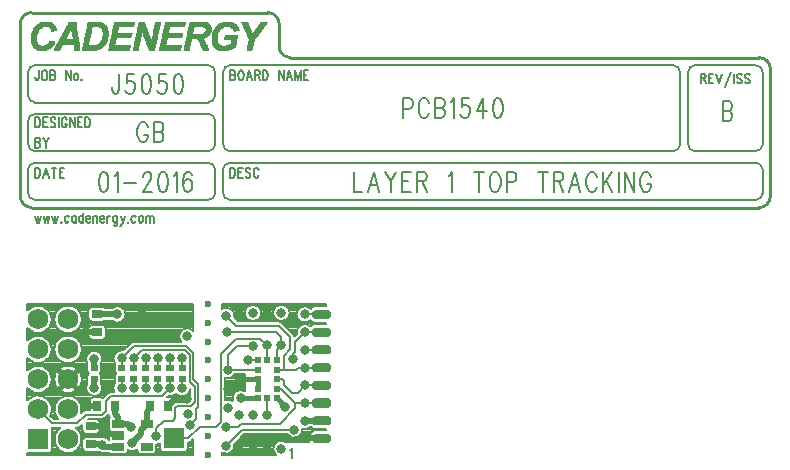
<source format=gtl>
*
*
G04 PADS Layout (Build Number 2007.21.1) generated Gerber (RS-274-X) file*
G04 PC Version=2.1*
*
%IN "J5050.pcb"*%
*
%MOMM*%
*
%FSLAX44Y44*%
*
*
*
*
G04 PC Standard Apertures*
*
*
G04 Thermal Relief Aperture macro.*
%AMTER*
1,1,$1,0,0*
1,0,$1-$2,0,0*
21,0,$3,$4,0,0,45*
21,0,$3,$4,0,0,135*
%
*
*
G04 Annular Aperture macro.*
%AMANN*
1,1,$1,0,0*
1,0,$2,0,0*
%
*
*
G04 Odd Aperture macro.*
%AMODD*
1,1,$1,0,0*
1,0,$1-0.005,0,0*
%
*
*
G04 PC Custom Aperture Macros*
*
*
*
*
*
*
G04 PC Aperture Table*
*
%ADD010C,0.254*%
%ADD011C,0.2032*%
%ADD012C,0.0508*%
%ADD013C,0.127*%
%ADD019C,0.508*%
%ADD023C,0.0254*%
%ADD031C,0.381*%
%ADD038R,0.635X0.889*%
%ADD045R,0.889X0.635*%
%ADD071R,0.5X0.5*%
%ADD075R,1.75X1.75*%
%ADD076R,0.6X0.6*%
%ADD077R,0.7X0.7*%
%ADD078C,0.6*%
%ADD079C,1.75*%
%ADD080C,0.2*%
%ADD081C,0.15*%
%ADD082C,0.5*%
%ADD083C,0.4*%
%ADD084C,0.8*%
*
*
*
*
G04 PC Circuitry*
G04 Layer Name J5050.pcb - circuitry*
%LPD*%
*
*
G04 PC Custom Flashes*
G04 Layer Name J5050.pcb - flashes*
%LPD*%
*
*
G04 PC Circuitry*
G04 Layer Name J5050.pcb - circuitry*
%LPD*%
*
G54D10*
G01X315000Y655000D02*
G75*
G03X324525Y645475I9525J0D01*
G01X940475*
G03X950000Y655000I0J9525*
G01Y762950*
G03X940475Y772475I-9525J0*
G01X543600*
X534075Y782000D02*
G03X543600Y772475I9525J0D01*
G01X534075Y782000D02*
Y801050D01*
G03X524550Y810575I-9525J0*
G01X324525*
G03X315000Y801050I0J-9525*
G01Y655000*
G54D11*
X880150Y699450D02*
G03X886500Y693100I6350J0D01*
G01X937300*
G03X943650Y699450I0J6350*
G01Y759775*
G03X937300Y766125I-6350J0*
G01X886500*
G03X880150Y759775I0J-6350*
G01Y699450*
X486450Y658175D02*
G03X492800Y651825I6350J0D01*
G01X937300*
G03X943650Y658175I0J6350*
G01Y677225*
G03X937300Y683575I-6350J0*
G01X492800*
G03X486450Y677225I0J-6350*
G01Y658175*
X492800Y766125D02*
G03X486450Y759775I0J-6350D01*
G01X492800Y766125D02*
X867450D01*
X873800Y759775D02*
G03X867450Y766125I-6350J0D01*
G01X873800Y759775D02*
Y699450D01*
X867450Y693100D02*
G03X873800Y699450I0J6350D01*
G01X867450Y693100D02*
X492800D01*
X486450Y699450D02*
G03X492800Y693100I6350J0D01*
G01X486450Y699450D02*
Y759775D01*
X327700Y683575D02*
G03X321350Y677225I0J-6350D01*
G01X327700Y683575D02*
X473750D01*
X480100Y677225D02*
G03X473750Y683575I-6350J0D01*
G01X480100Y677225D02*
Y658175D01*
X473750Y651825D02*
G03X480100Y658175I0J6350D01*
G01X473750Y651825D02*
X327700D01*
X321350Y658175D02*
G03X327700Y651825I6350J0D01*
G01X321350Y658175D02*
Y677225D01*
X327700Y724850D02*
G03X321350Y718500I0J-6350D01*
G01X327700Y724850D02*
X473750D01*
X480100Y718500D02*
G03X473750Y724850I-6350J0D01*
G01X480100Y718500D02*
Y699450D01*
X473750Y693100D02*
G03X480100Y699450I0J6350D01*
G01X473750Y693100D02*
X327700D01*
X321350Y699450D02*
G03X327700Y693100I6350J0D01*
G01X321350Y699450D02*
Y718500D01*
X480100Y759775D02*
G03X473750Y766125I-6350J0D01*
G01X327700*
G03X321350Y759775I0J-6350*
G01Y740725*
G03X327700Y734375I6350J0*
G01X473750*
G03X480100Y740725I0J6350*
G01Y759775*
X398553Y758266D02*
Y745566D01*
X398553D02*
X397976Y743185D01*
X397976D02*
X397398Y742391D01*
X397398D02*
X396244Y741598D01*
X395089*
X395089D02*
X393935Y742391D01*
X393935D02*
X393357Y743185D01*
X393357D02*
X392780Y745566D01*
X392780D02*
Y747154D01*
X411253Y758266D02*
X405480D01*
X405480D02*
X404903Y751123D01*
X405480Y751916*
X405480D02*
X407212Y752710D01*
X407212D02*
X408944D01*
X408944D02*
X410676Y751916D01*
X410676D02*
X411830Y750329D01*
X411830D02*
X412407Y747948D01*
X412407D02*
X411830Y746360D01*
X411830D02*
X411253Y743979D01*
X410098Y742391*
X410098D02*
X408366Y741598D01*
X408366D02*
X406635D01*
X404903Y742391*
X404903D02*
X404326Y743185D01*
X404326D02*
X403748Y744773D01*
X421066Y758266D02*
X419335Y757473D01*
X418180Y755091*
X418180D02*
X417603Y751123D01*
Y748741*
X417603D02*
X418180Y744773D01*
X418180D02*
X419335Y742391D01*
X419335D02*
X421066Y741598D01*
X421066D02*
X422221D01*
X423953Y742391*
X423953D02*
X425107Y744773D01*
X425107D02*
X425685Y748741D01*
X425685D02*
Y751123D01*
X425107Y755091*
X425107D02*
X423953Y757473D01*
X422221Y758266*
X422221D02*
X421066D01*
X438385D02*
X432612D01*
X432612D02*
X432035Y751123D01*
X432612Y751916*
X432612D02*
X434344Y752710D01*
X434344D02*
X436076D01*
X436076D02*
X437807Y751916D01*
X437807D02*
X438962Y750329D01*
X439539Y747948*
X439539D02*
X438962Y746360D01*
X438962D02*
X438385Y743979D01*
X437230Y742391*
X437230D02*
X435498Y741598D01*
X435498D02*
X433766D01*
X433766D02*
X432035Y742391D01*
X432035D02*
X431457Y743185D01*
X431457D02*
X430880Y744773D01*
X448198Y758266D02*
X446466Y757473D01*
X446466D02*
X445312Y755091D01*
X445312D02*
X444735Y751123D01*
Y748741*
X444735D02*
X445312Y744773D01*
X446466Y742391*
X446466D02*
X448198Y741598D01*
X448198D02*
X449353D01*
X451085Y742391*
X451085D02*
X452239Y744773D01*
X452239D02*
X452816Y748741D01*
X452816D02*
Y751123D01*
X452816D02*
X452239Y755091D01*
X452239D02*
X451085Y757473D01*
X449353Y758266*
X449353D02*
X448198D01*
X422801Y713658D02*
X422223Y715245D01*
X422223D02*
X421069Y716833D01*
X419914Y717626*
X419914D02*
X417605D01*
X417605D02*
X416451Y716833D01*
X415296Y715245*
X415296D02*
X414719Y713658D01*
X414142Y711276*
X414142D02*
Y707308D01*
X414719Y704926*
X414719D02*
X415296Y703339D01*
X415296D02*
X416451Y701751D01*
X416451D02*
X417605Y700958D01*
X417605D02*
X419914D01*
X419914D02*
X421069Y701751D01*
X421069D02*
X422223Y703339D01*
X422223D02*
X422801Y704926D01*
X422801D02*
Y707308D01*
X419914D02*
X422801D01*
X427996Y717626D02*
Y700958D01*
Y717626D02*
X433192D01*
X433192D02*
X434923Y716833D01*
X434923D02*
X435501Y716039D01*
X436078Y714451*
X436078D02*
Y712864D01*
X435501Y711276*
X435501D02*
X434923Y710483D01*
X434923D02*
X433192Y709689D01*
X427996D02*
X433192D01*
X434923Y708895*
X434923D02*
X435501Y708101D01*
X435501D02*
X436078Y706514D01*
Y704133*
X435501Y702545*
X435501D02*
X434923Y701751D01*
X434923D02*
X433192Y700958D01*
X427996*
X384989Y675716D02*
X383257Y674923D01*
X383257D02*
X382103Y672541D01*
X382103D02*
X381525Y668573D01*
X381525D02*
Y666191D01*
X381525D02*
X382103Y662223D01*
X383257Y659841*
X383257D02*
X384989Y659048D01*
X386144*
X387875Y659841*
X387875D02*
X389030Y662223D01*
X389607Y666191*
X389607D02*
Y668573D01*
X389607D02*
X389030Y672541D01*
X389030D02*
X387875Y674923D01*
X387875D02*
X386144Y675716D01*
X386144D02*
X384989D01*
X394803Y672541D02*
X395957Y673335D01*
X395957D02*
X397689Y675716D01*
X397689D02*
Y659048D01*
X402884Y666191D02*
X413275D01*
X419048Y671748D02*
Y672541D01*
X419048D02*
X419625Y674129D01*
X419625D02*
X420203Y674923D01*
X421357Y675716*
X421357D02*
X423666D01*
X423666D02*
X424821Y674923D01*
X425398Y674129*
X425398D02*
X425975Y672541D01*
X425975D02*
Y670954D01*
X425975D02*
X425398Y669366D01*
X425398D02*
X424244Y666985D01*
X424244D02*
X418471Y659048D01*
X426553*
X435212Y675716D02*
X433480Y674923D01*
X432325Y672541*
X432325D02*
X431748Y668573D01*
X431748D02*
Y666191D01*
X431748D02*
X432325Y662223D01*
X432325D02*
X433480Y659841D01*
X433480D02*
X435212Y659048D01*
X436366*
X436366D02*
X438098Y659841D01*
X438098D02*
X439253Y662223D01*
X439830Y666191*
X439830D02*
Y668573D01*
X439253Y672541*
X439253D02*
X438098Y674923D01*
X438098D02*
X436366Y675716D01*
X436366D02*
X435212D01*
X445025Y672541D02*
X446180Y673335D01*
X446180D02*
X447912Y675716D01*
X447912D02*
Y659048D01*
X460034Y673335D02*
X459457Y674923D01*
X459457D02*
X457725Y675716D01*
X457725D02*
X456571D01*
X456571D02*
X454839Y674923D01*
X453684Y672541*
X453684D02*
X453107Y668573D01*
X453107D02*
Y664604D01*
X453107D02*
X453684Y661429D01*
X453684D02*
X454839Y659841D01*
X454839D02*
X456571Y659048D01*
X457148*
X457148D02*
X458880Y659841D01*
X458880D02*
X460034Y661429D01*
X460034D02*
X460612Y663810D01*
X460612D02*
Y664604D01*
X460034Y666985*
X460034D02*
X458880Y668573D01*
X457148Y669366*
X457148D02*
X456571D01*
X456571D02*
X454839Y668573D01*
X453684Y666985*
X453684D02*
X453107Y664604D01*
X638988Y737946D02*
Y721278D01*
Y737946D02*
X644184D01*
X644184D02*
X645915Y737153D01*
X645915D02*
X646493Y736359D01*
X647070Y734771*
X647070D02*
Y732390D01*
X647070D02*
X646493Y730803D01*
X645915Y730009*
X645915D02*
X644184Y729215D01*
X644184D02*
X638988D01*
X660924Y733978D02*
X660347Y735565D01*
X660347D02*
X659193Y737153D01*
X658038Y737946*
X658038D02*
X655729D01*
X655729D02*
X654574Y737153D01*
X654574D02*
X653420Y735565D01*
X653420D02*
X652843Y733978D01*
X652265Y731596*
X652265D02*
Y727628D01*
X652265D02*
X652843Y725246D01*
X652843D02*
X653420Y723659D01*
X654574Y722071*
X654574D02*
X655729Y721278D01*
X658038*
X658038D02*
X659193Y722071D01*
X659193D02*
X660347Y723659D01*
X660347D02*
X660924Y725246D01*
X666120Y737946D02*
Y721278D01*
Y737946D02*
X671315D01*
X671315D02*
X673047Y737153D01*
X673047D02*
X673624Y736359D01*
X673624D02*
X674202Y734771D01*
X674202D02*
Y733184D01*
X673624Y731596*
X673624D02*
X673047Y730803D01*
X673047D02*
X671315Y730009D01*
X666120D02*
X671315D01*
X671315D02*
X673047Y729215D01*
X673047D02*
X673624Y728421D01*
X673624D02*
X674202Y726834D01*
Y724453*
X673624Y722865*
X673624D02*
X673047Y722071D01*
X673047D02*
X671315Y721278D01*
X671315D02*
X666120D01*
X679397Y734771D02*
X680552Y735565D01*
X680552D02*
X682284Y737946D01*
X682284D02*
Y721278D01*
X694984Y737946D02*
X689211D01*
X689211D02*
X688634Y730803D01*
X689211Y731596*
X689211D02*
X690943Y732390D01*
X690943D02*
X692674D01*
X692674D02*
X694406Y731596D01*
X694406D02*
X695561Y730009D01*
X696138Y727628*
X696138D02*
X695561Y726040D01*
X695561D02*
X694984Y723659D01*
X693829Y722071*
X693829D02*
X692097Y721278D01*
X692097D02*
X690365D01*
X690365D02*
X688634Y722071D01*
X688634D02*
X688056Y722865D01*
X688056D02*
X687479Y724453D01*
X707106Y737946D02*
X701334Y726834D01*
X709993*
X707106Y737946D02*
Y721278D01*
X718652Y737946D02*
X716920Y737153D01*
X715765Y734771*
X715765D02*
X715188Y730803D01*
X715188D02*
Y728421D01*
X715188D02*
X715765Y724453D01*
X715765D02*
X716920Y722071D01*
X716920D02*
X718652Y721278D01*
X719806*
X719806D02*
X721538Y722071D01*
X721538D02*
X722693Y724453D01*
X723270Y728421*
X723270D02*
Y730803D01*
X722693Y734771*
X722693D02*
X721538Y737153D01*
X721538D02*
X719806Y737946D01*
X719806D02*
X718652D01*
X909556Y735406D02*
Y718738D01*
Y735406D02*
X914751D01*
X914751D02*
X916483Y734613D01*
X916483D02*
X917060Y733819D01*
X917060D02*
X917638Y732231D01*
X917638D02*
Y730644D01*
X917060Y729056*
X917060D02*
X916483Y728263D01*
X916483D02*
X914751Y727469D01*
X909556D02*
X914751D01*
X914751D02*
X916483Y726675D01*
X916483D02*
X917060Y725881D01*
X917060D02*
X917638Y724294D01*
Y721913*
X917060Y720325*
X917060D02*
X916483Y719531D01*
X916483D02*
X914751Y718738D01*
X914751D02*
X909556D01*
X597482Y675716D02*
Y659048D01*
X597482D02*
X604409D01*
X614223Y675716D02*
X609605Y659048D01*
X614223Y675716D02*
X618841Y659048D01*
X611337Y664604D02*
X617109D01*
X624037Y675716D02*
X628655Y667779D01*
Y659048*
X633273Y675716D02*
X628655Y667779D01*
X638469Y675716D02*
Y659048D01*
Y675716D02*
X645973D01*
X638469Y667779D02*
X643087D01*
X638469Y659048D02*
X645973D01*
X651169Y675716D02*
Y659048D01*
Y675716D02*
X656364D01*
X656364D02*
X658096Y674923D01*
X658673Y674129*
X658673D02*
X659250Y672541D01*
X659250D02*
Y670954D01*
X659250D02*
X658673Y669366D01*
X658673D02*
X658096Y668573D01*
X656364Y667779*
X651169*
X655209D02*
X659250Y659048D01*
X677723Y672541D02*
X678878Y673335D01*
X678878D02*
X680609Y675716D01*
X680609D02*
Y659048D01*
X703123Y675716D02*
Y659048D01*
X699082Y675716D02*
X707164D01*
X715823D02*
X714669Y674923D01*
X713514Y673335*
X713514D02*
X712937Y671748D01*
X712359Y669366*
X712359D02*
Y665398D01*
X712359D02*
X712937Y663016D01*
X712937D02*
X713514Y661429D01*
X714669Y659841*
X714669D02*
X715823Y659048D01*
X715823D02*
X718132D01*
X718132D02*
X719287Y659841D01*
X719287D02*
X720441Y661429D01*
X720441D02*
X721019Y663016D01*
X721019D02*
X721596Y665398D01*
Y669366*
X721596D02*
X721019Y671748D01*
X720441Y673335*
X720441D02*
X719287Y674923D01*
X718132Y675716*
X718132D02*
X715823D01*
X726791D02*
Y659048D01*
Y675716D02*
X731987D01*
X731987D02*
X733719Y674923D01*
X734296Y674129*
X734873Y672541*
X734873D02*
Y670160D01*
X734873D02*
X734296Y668573D01*
X733719Y667779*
X731987Y666985*
X731987D02*
X726791D01*
X757387Y675716D02*
Y659048D01*
X753346Y675716D02*
X761428D01*
X766623D02*
Y659048D01*
Y675716D02*
X771819D01*
X771819D02*
X773550Y674923D01*
X773550D02*
X774128Y674129D01*
X774705Y672541*
X774705D02*
Y670954D01*
X774128Y669366*
X774128D02*
X773550Y668573D01*
X773550D02*
X771819Y667779D01*
X766623*
X770664D02*
X774705Y659048D01*
X784519Y675716D02*
X779900Y659048D01*
X784519Y675716D02*
X789137Y659048D01*
X781632Y664604D02*
X787405D01*
X802991Y671748D02*
X802414Y673335D01*
X802414D02*
X801259Y674923D01*
X801259D02*
X800105Y675716D01*
X800105D02*
X797796D01*
X797796D02*
X796641Y674923D01*
X796641D02*
X795487Y673335D01*
X795487D02*
X794909Y671748D01*
X794909D02*
X794332Y669366D01*
X794332D02*
Y665398D01*
X794332D02*
X794909Y663016D01*
X794909D02*
X795487Y661429D01*
X796641Y659841*
X796641D02*
X797796Y659048D01*
X800105*
X801259Y659841*
X801259D02*
X802414Y661429D01*
X802991Y663016*
X808187Y675716D02*
Y659048D01*
X816269Y675716D02*
X808187Y664604D01*
X811073Y668573D02*
X816269Y659048D01*
X821464Y675716D02*
Y659048D01*
X826659Y675716D02*
Y659048D01*
Y675716D02*
X834741Y659048D01*
Y675716D02*
Y659048D01*
X848596Y671748D02*
X848019Y673335D01*
X848019D02*
X846864Y674923D01*
X845709Y675716*
X845709D02*
X843400D01*
X843400D02*
X842246Y674923D01*
X841091Y673335*
X841091D02*
X840514Y671748D01*
X839937Y669366*
X839937D02*
Y665398D01*
X840514Y663016*
X840514D02*
X841091Y661429D01*
X841091D02*
X842246Y659841D01*
X842246D02*
X843400Y659048D01*
X843400D02*
X845709D01*
X845709D02*
X846864Y659841D01*
X846864D02*
X848019Y661429D01*
X848596Y663016*
X848596D02*
Y665398D01*
X845709D02*
X848596D01*
G54D12*
X330875Y778825D02*
X335073D01*
X484227D02*
X489156D01*
X329414Y779190D02*
X336534D01*
X343289D02*
X347853D01*
X360815D02*
X365014D01*
X367022D02*
X378888D01*
X389295D02*
X407003D01*
X410107D02*
X414306D01*
X423981D02*
X428180D01*
X432379D02*
X450088D01*
X453191D02*
X457390D01*
X469257D02*
X474186D01*
X482767D02*
X490982D01*
X506500D02*
X510699D01*
X328684Y779555D02*
X337629D01*
X343289D02*
X348218D01*
X360815D02*
X365014D01*
X367022D02*
X380349D01*
X389295D02*
X407003D01*
X410107D02*
X414671D01*
X423616D02*
X428545D01*
X432379D02*
X450088D01*
X453191D02*
X457755D01*
X468892D02*
X473821D01*
X481671D02*
X492442D01*
X506500D02*
X511064D01*
X327954Y779920D02*
X338360D01*
X343654D02*
X348218D01*
X360815D02*
X365014D01*
X367387D02*
X381444D01*
X389660D02*
X407368D01*
X410472D02*
X414671D01*
X423616D02*
X428545D01*
X432744D02*
X450453D01*
X453557D02*
X457755D01*
X468892D02*
X473821D01*
X480941D02*
X493538D01*
X506865D02*
X511064D01*
X327588Y780285D02*
X339090D01*
X343654D02*
X348583D01*
X360450D02*
X365014D01*
X367387D02*
X382175D01*
X389660D02*
X407368D01*
X410472D02*
X414671D01*
X423616D02*
X428545D01*
X432744D02*
X450453D01*
X453557D02*
X457755D01*
X468892D02*
X473821D01*
X480576D02*
X494268D01*
X506865D02*
X511064D01*
X326858Y780650D02*
X339820D01*
X344019D02*
X348583D01*
X360450D02*
X364649D01*
X367387D02*
X382905D01*
X389660D02*
X407368D01*
X410472D02*
X414671D01*
X423251D02*
X428545D01*
X432744D02*
X450453D01*
X453557D02*
X457755D01*
X468527D02*
X473456D01*
X480211D02*
X494998D01*
X506865D02*
X511064D01*
X326493Y781015D02*
X340185D01*
X344019D02*
X348948D01*
X360450D02*
X364649D01*
X367387D02*
X383635D01*
X389660D02*
X407733D01*
X410472D02*
X414671D01*
X423251D02*
X428545D01*
X432744D02*
X450818D01*
X453557D02*
X457755D01*
X468527D02*
X473456D01*
X479846D02*
X495728D01*
X506865D02*
X511064D01*
X326128Y781380D02*
X340550D01*
X344384D02*
X348948D01*
X360450D02*
X364649D01*
X367387D02*
X384000D01*
X389660D02*
X407733D01*
X410472D02*
X415036D01*
X422886D02*
X428911D01*
X432744D02*
X450818D01*
X453557D02*
X458121D01*
X468527D02*
X473091D01*
X479480D02*
X496459D01*
X506865D02*
X511429D01*
X326128Y781746D02*
X340915D01*
X344749D02*
X349313D01*
X360450D02*
X364649D01*
X367752D02*
X384365D01*
X390025D02*
X407733D01*
X410837D02*
X415036D01*
X422886D02*
X428911D01*
X433110D02*
X450818D01*
X453922D02*
X458121D01*
X468162D02*
X473091D01*
X479115D02*
X496824D01*
X507230D02*
X511429D01*
X325763Y782111D02*
X341281D01*
X344749D02*
X349678D01*
X360450D02*
X364649D01*
X367752D02*
X384730D01*
X390025D02*
X407733D01*
X410837D02*
X415036D01*
X422886D02*
X428911D01*
X433110D02*
X450818D01*
X453922D02*
X458121D01*
X468162D02*
X473091D01*
X478750D02*
X496824D01*
X507230D02*
X511429D01*
X325398Y782476D02*
X341646D01*
X345114D02*
X349678D01*
X360450D02*
X364649D01*
X367752D02*
X385096D01*
X390025D02*
X408098D01*
X410837D02*
X415036D01*
X422521D02*
X428911D01*
X433110D02*
X451183D01*
X453922D02*
X458121D01*
X467796D02*
X472726D01*
X478385D02*
X496824D01*
X507230D02*
X511429D01*
X325398Y782841D02*
X331787D01*
X334891D02*
X342011D01*
X345114D02*
X350044D01*
X360085D02*
X364649D01*
X367752D02*
X385461D01*
X390025D02*
X408098D01*
X410837D02*
X415036D01*
X422521D02*
X428911D01*
X433110D02*
X451183D01*
X453922D02*
X458121D01*
X467796D02*
X472726D01*
X478385D02*
X484775D01*
X488974D02*
X496824D01*
X507230D02*
X511429D01*
X325033Y783206D02*
X331057D01*
X336351D02*
X342376D01*
X345480D02*
X350044D01*
X360085D02*
X364283D01*
X367752D02*
X372316D01*
X378341D02*
X385826D01*
X390025D02*
X394589D01*
X410837D02*
X415401D01*
X422521D02*
X429276D01*
X433110D02*
X437674D01*
X453922D02*
X458486D01*
X467431D02*
X472360D01*
X478020D02*
X483679D01*
X490434D02*
X496824D01*
X507230D02*
X511794D01*
X325033Y783571D02*
X330327D01*
X337082D02*
X342376D01*
X345480D02*
X350409D01*
X360085D02*
X364283D01*
X368117D02*
X372316D01*
X379801D02*
X386191D01*
X390390D02*
X394589D01*
X411202D02*
X415401D01*
X422156D02*
X429276D01*
X433475D02*
X437674D01*
X454287D02*
X458486D01*
X467431D02*
X472360D01*
X478020D02*
X482949D01*
X491530D02*
X497189D01*
X507595D02*
X511794D01*
X324667Y783936D02*
X329962D01*
X337447D02*
X342741D01*
X345845D02*
X350409D01*
X360085D02*
X364283D01*
X368117D02*
X372316D01*
X380532D02*
X386556D01*
X390390D02*
X394589D01*
X411202D02*
X415401D01*
X422156D02*
X429276D01*
X433475D02*
X437674D01*
X454287D02*
X458486D01*
X467431D02*
X471995D01*
X477655D02*
X482584D01*
X492625D02*
X497189D01*
X507595D02*
X511794D01*
X324667Y784301D02*
X329597D01*
X337812D02*
X343106D01*
X345845D02*
X364283D01*
X368117D02*
X372316D01*
X380897D02*
X386556D01*
X390390D02*
X394589D01*
X411202D02*
X415401D01*
X421791D02*
X429276D01*
X433475D02*
X437674D01*
X454287D02*
X458486D01*
X467066D02*
X471995D01*
X477655D02*
X482219D01*
X492990D02*
X497189D01*
X507595D02*
X511794D01*
X324302Y784667D02*
X329231D01*
X338542D02*
X343106D01*
X346210D02*
X364283D01*
X368117D02*
X372681D01*
X381627D02*
X386921D01*
X390390D02*
X394954D01*
X411202D02*
X415401D01*
X421791D02*
X429641D01*
X433475D02*
X438039D01*
X454287D02*
X458851D01*
X467066D02*
X471630D01*
X477290D02*
X482219D01*
X492990D02*
X497189D01*
X507595D02*
X512159D01*
X324302Y785032D02*
X328866D01*
X338542D02*
X343471D01*
X346210D02*
X364283D01*
X368482D02*
X372681D01*
X381992D02*
X387286D01*
X390755D02*
X394954D01*
X411567D02*
X415766D01*
X421791D02*
X429641D01*
X433840D02*
X438039D01*
X454652D02*
X458851D01*
X466701D02*
X471630D01*
X477290D02*
X481854D01*
X492990D02*
X497554D01*
X507960D02*
X512159D01*
X324302Y785397D02*
X328866D01*
X338907D02*
X343471D01*
X346575D02*
X364283D01*
X368482D02*
X372681D01*
X382357D02*
X387286D01*
X390755D02*
X394954D01*
X411567D02*
X415766D01*
X421426D02*
X429641D01*
X433840D02*
X438039D01*
X454652D02*
X458851D01*
X466701D02*
X471265D01*
X477290D02*
X481489D01*
X492990D02*
X497554D01*
X507960D02*
X512159D01*
X324302Y785762D02*
X328501D01*
X339272D02*
X343836D01*
X346575D02*
X363918D01*
X368482D02*
X372681D01*
X382357D02*
X387651D01*
X390755D02*
X394954D01*
X411567D02*
X415766D01*
X421426D02*
X429641D01*
X433840D02*
X438039D01*
X454652D02*
X458851D01*
X466336D02*
X471265D01*
X477290D02*
X481489D01*
X493355D02*
X497554D01*
X507960D02*
X512159D01*
X324302Y786127D02*
X328501D01*
X339272D02*
X343471D01*
X346940D02*
X363918D01*
X368482D02*
X372681D01*
X382722D02*
X387651D01*
X390755D02*
X394954D01*
X411567D02*
X415766D01*
X421060D02*
X429641D01*
X433840D02*
X438039D01*
X454652D02*
X458851D01*
X466336D02*
X470900D01*
X477290D02*
X481489D01*
X493355D02*
X497554D01*
X507960D02*
X512159D01*
X323937Y786492D02*
X328501D01*
X339638D02*
X340915D01*
X347305D02*
X363918D01*
X368482D02*
X373046D01*
X383087D02*
X388017D01*
X390755D02*
X395319D01*
X411567D02*
X415766D01*
X421060D02*
X430006D01*
X433840D02*
X438404D01*
X454652D02*
X459216D01*
X465971D02*
X470900D01*
X476925D02*
X481489D01*
X493355D02*
X497554D01*
X507960D02*
X512524D01*
X323937Y786857D02*
X328136D01*
X347305D02*
X363918D01*
X368848D02*
X373046D01*
X383087D02*
X388017D01*
X391120D02*
X395319D01*
X411932D02*
X416131D01*
X421060D02*
X430006D01*
X434205D02*
X438404D01*
X455017D02*
X459216D01*
X465971D02*
X470535D01*
X476925D02*
X481123D01*
X493355D02*
X497919D01*
X508325D02*
X512524D01*
X323937Y787222D02*
X328136D01*
X347670D02*
X363918D01*
X368848D02*
X373046D01*
X383453D02*
X388017D01*
X391120D02*
X395319D01*
X411932D02*
X416131D01*
X420695D02*
X430006D01*
X434205D02*
X438404D01*
X455017D02*
X459216D01*
X465606D02*
X470535D01*
X476925D02*
X481123D01*
X493720D02*
X497919D01*
X508325D02*
X512524D01*
X323937Y787588D02*
X328136D01*
X347670D02*
X363918D01*
X368848D02*
X373046D01*
X383818D02*
X388382D01*
X391120D02*
X395319D01*
X411932D02*
X416131D01*
X420695D02*
X425259D01*
X426172D02*
X430006D01*
X434205D02*
X438404D01*
X455017D02*
X459216D01*
X465241D02*
X470170D01*
X476925D02*
X481123D01*
X493720D02*
X497919D01*
X508325D02*
X512524D01*
X323937Y787953D02*
X328136D01*
X348035D02*
X363918D01*
X368848D02*
X373046D01*
X383818D02*
X388382D01*
X391120D02*
X395319D01*
X411932D02*
X416131D01*
X420695D02*
X425259D01*
X426172D02*
X430006D01*
X434205D02*
X438404D01*
X455017D02*
X459216D01*
X464875D02*
X469805D01*
X476925D02*
X481123D01*
X487148D02*
X497919D01*
X508325D02*
X512889D01*
X323937Y788318D02*
X328136D01*
X348035D02*
X352965D01*
X359354D02*
X363553D01*
X368848D02*
X373412D01*
X384183D02*
X388382D01*
X391120D02*
X395684D01*
X411932D02*
X416131D01*
X420330D02*
X424894D01*
X426172D02*
X430371D01*
X434205D02*
X438769D01*
X455017D02*
X459581D01*
X464510D02*
X469439D01*
X476925D02*
X481123D01*
X487148D02*
X497919D01*
X508325D02*
X512889D01*
X323937Y788683D02*
X328136D01*
X348401D02*
X352965D01*
X359354D02*
X363553D01*
X369213D02*
X373412D01*
X384183D02*
X388747D01*
X391485D02*
X395684D01*
X412297D02*
X416496D01*
X420330D02*
X424894D01*
X426172D02*
X430371D01*
X434570D02*
X438769D01*
X455382D02*
X459581D01*
X463780D02*
X469074D01*
X476925D02*
X481123D01*
X487513D02*
X498284D01*
X508325D02*
X513254D01*
X323937Y789048D02*
X328136D01*
X348401D02*
X353330D01*
X359354D02*
X363553D01*
X369213D02*
X373412D01*
X384183D02*
X388747D01*
X391485D02*
X395684D01*
X412297D02*
X416496D01*
X419965D02*
X424894D01*
X426172D02*
X430371D01*
X434570D02*
X438769D01*
X455382D02*
X468709D01*
X476925D02*
X481123D01*
X487513D02*
X498284D01*
X507960D02*
X513620D01*
X323937Y789413D02*
X328136D01*
X348766D02*
X353330D01*
X359354D02*
X363553D01*
X369213D02*
X373412D01*
X384548D02*
X388747D01*
X391485D02*
X395684D01*
X412297D02*
X416496D01*
X419965D02*
X424529D01*
X426537D02*
X430371D01*
X434570D02*
X438769D01*
X455382D02*
X470535D01*
X476925D02*
X481123D01*
X487513D02*
X498284D01*
X507960D02*
X513985D01*
X323937Y789778D02*
X328136D01*
X348766D02*
X353695D01*
X359354D02*
X363553D01*
X369213D02*
X373777D01*
X384548D02*
X388747D01*
X391485D02*
X408098D01*
X412297D02*
X416496D01*
X419965D02*
X424529D01*
X426537D02*
X430736D01*
X434570D02*
X451183D01*
X455382D02*
X471630D01*
X476925D02*
X481123D01*
X487513D02*
X498284D01*
X507595D02*
X513985D01*
X323937Y790143D02*
X328136D01*
X349131D02*
X353695D01*
X359354D02*
X363553D01*
X369578D02*
X373777D01*
X384548D02*
X388747D01*
X391850D02*
X408098D01*
X412663D02*
X416496D01*
X419600D02*
X424164D01*
X426537D02*
X430736D01*
X434935D02*
X451183D01*
X455747D02*
X472360D01*
X476925D02*
X481123D01*
X487878D02*
X498284D01*
X507595D02*
X514350D01*
X323937Y790509D02*
X328136D01*
X349131D02*
X354060D01*
X358989D02*
X363188D01*
X369578D02*
X373777D01*
X384548D02*
X389112D01*
X391850D02*
X408464D01*
X412663D02*
X416861D01*
X419600D02*
X424164D01*
X426537D02*
X430736D01*
X434935D02*
X451548D01*
X455747D02*
X473091D01*
X476925D02*
X481123D01*
X487878D02*
X498649D01*
X507595D02*
X514715D01*
X323937Y790874D02*
X328501D01*
X349496D02*
X354425D01*
X358989D02*
X363188D01*
X369578D02*
X373777D01*
X384913D02*
X389112D01*
X391850D02*
X408464D01*
X412663D02*
X416861D01*
X419235D02*
X424164D01*
X426537D02*
X430736D01*
X434935D02*
X451548D01*
X455747D02*
X473456D01*
X476925D02*
X481489D01*
X487878D02*
X498649D01*
X507230D02*
X515080D01*
X323937Y791239D02*
X328501D01*
X349861D02*
X354425D01*
X358989D02*
X363188D01*
X369578D02*
X373777D01*
X384913D02*
X389112D01*
X391850D02*
X408464D01*
X412663D02*
X416861D01*
X419235D02*
X423799D01*
X426902D02*
X430736D01*
X434935D02*
X451548D01*
X455747D02*
X473821D01*
X477290D02*
X481489D01*
X488243D02*
X498649D01*
X507230D02*
X515080D01*
X324302Y791604D02*
X328501D01*
X349861D02*
X354790D01*
X358989D02*
X363188D01*
X369578D02*
X374142D01*
X384913D02*
X389112D01*
X391850D02*
X408829D01*
X412663D02*
X416861D01*
X419235D02*
X423799D01*
X426902D02*
X431101D01*
X434935D02*
X451913D01*
X455747D02*
X474186D01*
X477290D02*
X481489D01*
X488243D02*
X498649D01*
X506865D02*
X515445D01*
X324302Y791969D02*
X328501D01*
X350226D02*
X354790D01*
X358989D02*
X363188D01*
X369943D02*
X374142D01*
X384913D02*
X389112D01*
X392216D02*
X408829D01*
X413028D02*
X416861D01*
X418870D02*
X423434D01*
X426902D02*
X431101D01*
X435300D02*
X451913D01*
X456112D02*
X474551D01*
X477290D02*
X481489D01*
X506865D02*
X515810D01*
X324302Y792334D02*
X328501D01*
X350226D02*
X355155D01*
X358989D02*
X363188D01*
X369943D02*
X374142D01*
X384913D02*
X389112D01*
X392216D02*
X408829D01*
X413028D02*
X417227D01*
X418870D02*
X423434D01*
X426902D02*
X431101D01*
X435300D02*
X451913D01*
X456112D02*
X474916D01*
X477290D02*
X481489D01*
X506500D02*
X516175D01*
X324302Y792699D02*
X328866D01*
X350591D02*
X355155D01*
X358624D02*
X363188D01*
X369943D02*
X374142D01*
X384913D02*
X389112D01*
X392216D02*
X408829D01*
X413028D02*
X417227D01*
X418870D02*
X423434D01*
X426902D02*
X431101D01*
X435300D02*
X451913D01*
X456112D02*
X460311D01*
X467431D02*
X474916D01*
X477290D02*
X481854D01*
X506500D02*
X516175D01*
X324302Y793064D02*
X328866D01*
X350591D02*
X355520D01*
X358624D02*
X362823D01*
X369943D02*
X374142D01*
X384913D02*
X389112D01*
X392216D02*
X409194D01*
X413028D02*
X417227D01*
X418505D02*
X423069D01*
X427268D02*
X431101D01*
X435300D02*
X452279D01*
X456112D02*
X460311D01*
X469257D02*
X475281D01*
X477655D02*
X481854D01*
X506500D02*
X511064D01*
X511611D02*
X516541D01*
X324667Y793430D02*
X328866D01*
X350956D02*
X355520D01*
X358624D02*
X362823D01*
X369943D02*
X374507D01*
X384913D02*
X389112D01*
X392216D02*
X409194D01*
X413028D02*
X417227D01*
X418505D02*
X423069D01*
X427268D02*
X431466D01*
X435300D02*
X452279D01*
X456112D02*
X460676D01*
X469987D02*
X475281D01*
X477655D02*
X481854D01*
X506135D02*
X510699D01*
X511977D02*
X516906D01*
X324667Y793795D02*
X329231D01*
X350956D02*
X355886D01*
X358624D02*
X362823D01*
X370308D02*
X374507D01*
X384913D02*
X389112D01*
X392581D02*
X396780D01*
X413393D02*
X417227D01*
X418139D02*
X423069D01*
X427268D02*
X431466D01*
X435665D02*
X439864D01*
X456478D02*
X460676D01*
X470352D02*
X475647D01*
X477655D02*
X482219D01*
X506135D02*
X510699D01*
X511977D02*
X517271D01*
X324667Y794160D02*
X329231D01*
X351322D02*
X355886D01*
X358624D02*
X362823D01*
X370308D02*
X374507D01*
X384913D02*
X389112D01*
X392581D02*
X396780D01*
X413393D02*
X417592D01*
X418139D02*
X422703D01*
X427268D02*
X431466D01*
X435665D02*
X439864D01*
X456478D02*
X460676D01*
X470717D02*
X475647D01*
X478020D02*
X482219D01*
X505769D02*
X510333D01*
X512342D02*
X517271D01*
X325033Y794525D02*
X329597D01*
X351322D02*
X356251D01*
X358624D02*
X362823D01*
X370308D02*
X374507D01*
X384913D02*
X389112D01*
X392581D02*
X396780D01*
X413393D02*
X417592D01*
X418139D02*
X422703D01*
X427268D02*
X431466D01*
X435665D02*
X439864D01*
X456478D02*
X460676D01*
X471083D02*
X475647D01*
X478020D02*
X482584D01*
X505769D02*
X510333D01*
X512707D02*
X517636D01*
X325033Y794890D02*
X329597D01*
X351687D02*
X356251D01*
X358624D02*
X362823D01*
X370308D02*
X374872D01*
X384913D02*
X389112D01*
X392581D02*
X397145D01*
X413393D02*
X422338D01*
X427633D02*
X431832D01*
X435665D02*
X440229D01*
X456478D02*
X461042D01*
X471448D02*
X476012D01*
X478385D02*
X482584D01*
X505404D02*
X510333D01*
X512707D02*
X518001D01*
X325033Y795255D02*
X329962D01*
X341098D02*
X342741D01*
X351687D02*
X356616D01*
X358259D02*
X362823D01*
X370308D02*
X374872D01*
X384548D02*
X389112D01*
X392581D02*
X397145D01*
X413393D02*
X422338D01*
X427633D02*
X431832D01*
X435665D02*
X440229D01*
X456478D02*
X461042D01*
X471448D02*
X476012D01*
X478385D02*
X482949D01*
X495546D02*
X496824D01*
X505404D02*
X509968D01*
X513072D02*
X518366D01*
X325398Y795620D02*
X329962D01*
X341098D02*
X345297D01*
X352052D02*
X356981D01*
X358259D02*
X362458D01*
X370673D02*
X374872D01*
X384548D02*
X388747D01*
X392946D02*
X397145D01*
X413758D02*
X422338D01*
X427633D02*
X431832D01*
X436031D02*
X440229D01*
X456843D02*
X461042D01*
X471813D02*
X476012D01*
X478385D02*
X482949D01*
X495181D02*
X499745D01*
X505039D02*
X509968D01*
X513437D02*
X518366D01*
X325398Y795985D02*
X330327D01*
X340733D02*
X345297D01*
X352417D02*
X356981D01*
X358259D02*
X362458D01*
X370673D02*
X374872D01*
X384548D02*
X388747D01*
X392946D02*
X397145D01*
X413758D02*
X421973D01*
X427633D02*
X431832D01*
X436031D02*
X440229D01*
X456843D02*
X461042D01*
X471813D02*
X476012D01*
X478750D02*
X483314D01*
X495181D02*
X499745D01*
X505039D02*
X509603D01*
X513802D02*
X518731D01*
X325763Y796351D02*
X330692D01*
X340733D02*
X345297D01*
X352417D02*
X357346D01*
X358259D02*
X362458D01*
X370673D02*
X374872D01*
X384183D02*
X388747D01*
X392946D02*
X397145D01*
X413758D02*
X421973D01*
X427633D02*
X431832D01*
X436031D02*
X440229D01*
X456843D02*
X461042D01*
X471813D02*
X476012D01*
X478750D02*
X483679D01*
X495181D02*
X499380D01*
X505039D02*
X509603D01*
X513802D02*
X519096D01*
X325763Y796716D02*
X331057D01*
X340733D02*
X344932D01*
X352782D02*
X357346D01*
X358259D02*
X362458D01*
X370673D02*
X375237D01*
X384183D02*
X388747D01*
X392946D02*
X397510D01*
X413758D02*
X421608D01*
X427998D02*
X432197D01*
X436031D02*
X440595D01*
X456843D02*
X461407D01*
X471813D02*
X476012D01*
X479115D02*
X484044D01*
X494816D02*
X499380D01*
X504674D02*
X509238D01*
X514167D02*
X519462D01*
X326128Y797081D02*
X331422D01*
X340368D02*
X344932D01*
X352782D02*
X357711D01*
X358259D02*
X362458D01*
X371038D02*
X375237D01*
X383818D02*
X388382D01*
X393311D02*
X397510D01*
X414123D02*
X421608D01*
X427998D02*
X432197D01*
X436396D02*
X440595D01*
X457208D02*
X461407D01*
X471813D02*
X476012D01*
X479480D02*
X484410D01*
X494451D02*
X499380D01*
X504674D02*
X509238D01*
X514532D02*
X519462D01*
X326128Y797446D02*
X331787D01*
X340003D02*
X344932D01*
X353147D02*
X357711D01*
X358259D02*
X362458D01*
X371038D02*
X375237D01*
X383453D02*
X388382D01*
X393311D02*
X397510D01*
X414123D02*
X421608D01*
X427998D02*
X432197D01*
X436396D02*
X440595D01*
X457208D02*
X461407D01*
X471448D02*
X476012D01*
X479480D02*
X484775D01*
X494085D02*
X499015D01*
X504309D02*
X508873D01*
X514898D02*
X519827D01*
X326493Y797811D02*
X332152D01*
X340003D02*
X344932D01*
X353147D02*
X362458D01*
X371038D02*
X375237D01*
X383087D02*
X388382D01*
X393311D02*
X397510D01*
X414123D02*
X421243D01*
X427998D02*
X432197D01*
X436396D02*
X440595D01*
X457208D02*
X461407D01*
X471448D02*
X476012D01*
X479846D02*
X485505D01*
X493720D02*
X499015D01*
X504309D02*
X508873D01*
X514898D02*
X520192D01*
X326858Y798176D02*
X332883D01*
X339638D02*
X344567D01*
X353512D02*
X362093D01*
X371038D02*
X375237D01*
X382357D02*
X388017D01*
X393311D02*
X397510D01*
X414123D02*
X421243D01*
X427998D02*
X432197D01*
X436396D02*
X440595D01*
X457208D02*
X461407D01*
X471083D02*
X476012D01*
X480211D02*
X485870D01*
X493355D02*
X499015D01*
X503944D02*
X508873D01*
X515263D02*
X520557D01*
X326858Y798541D02*
X333613D01*
X338907D02*
X344567D01*
X353512D02*
X362093D01*
X371038D02*
X375602D01*
X381627D02*
X388017D01*
X393311D02*
X397875D01*
X414123D02*
X421243D01*
X428363D02*
X432562D01*
X436396D02*
X440960D01*
X457208D02*
X461772D01*
X469987D02*
X475647D01*
X480211D02*
X486965D01*
X492625D02*
X498649D01*
X503944D02*
X508508D01*
X515628D02*
X520557D01*
X327223Y798906D02*
X334708D01*
X337812D02*
X344202D01*
X353877D02*
X362093D01*
X371403D02*
X387651D01*
X393676D02*
X410289D01*
X414488D02*
X420878D01*
X428363D02*
X432562D01*
X436761D02*
X453374D01*
X457573D02*
X475647D01*
X480576D02*
X488061D01*
X491895D02*
X498649D01*
X503944D02*
X508508D01*
X515993D02*
X520922D01*
X327588Y799272D02*
X344202D01*
X353877D02*
X362093D01*
X371403D02*
X387286D01*
X393676D02*
X410289D01*
X414488D02*
X420878D01*
X428363D02*
X432562D01*
X436761D02*
X453374D01*
X457573D02*
X475647D01*
X480941D02*
X498284D01*
X503579D02*
X508143D01*
X515993D02*
X521287D01*
X327954Y799637D02*
X343836D01*
X354243D02*
X362093D01*
X371403D02*
X387286D01*
X393676D02*
X410654D01*
X414488D02*
X420513D01*
X428363D02*
X432562D01*
X436761D02*
X453739D01*
X457573D02*
X475281D01*
X481306D02*
X497919D01*
X503579D02*
X508143D01*
X516358D02*
X521652D01*
X328319Y800002D02*
X343471D01*
X354608D02*
X362093D01*
X371403D02*
X386921D01*
X393676D02*
X410654D01*
X414488D02*
X420513D01*
X428363D02*
X432562D01*
X436761D02*
X453739D01*
X457573D02*
X475281D01*
X481671D02*
X497554D01*
X503214D02*
X507778D01*
X516723D02*
X521652D01*
X328684Y800367D02*
X343106D01*
X354608D02*
X362093D01*
X371403D02*
X386556D01*
X393676D02*
X410654D01*
X414488D02*
X420513D01*
X428728D02*
X432927D01*
X436761D02*
X453739D01*
X457573D02*
X474916D01*
X482036D02*
X497554D01*
X503214D02*
X507778D01*
X517088D02*
X522017D01*
X329414Y800732D02*
X342741D01*
X354973D02*
X361728D01*
X371769D02*
X386191D01*
X394041D02*
X411019D01*
X414853D02*
X420148D01*
X428728D02*
X432927D01*
X437126D02*
X454104D01*
X457938D02*
X474551D01*
X482767D02*
X497189D01*
X502848D02*
X507412D01*
X517088D02*
X522383D01*
X329779Y801097D02*
X342376D01*
X354973D02*
X361728D01*
X371769D02*
X385826D01*
X394041D02*
X411019D01*
X414853D02*
X420148D01*
X428728D02*
X432927D01*
X437126D02*
X454104D01*
X457938D02*
X474186D01*
X483132D02*
X496459D01*
X502848D02*
X507412D01*
X517453D02*
X522748D01*
X330509Y801462D02*
X342011D01*
X355338D02*
X361728D01*
X371769D02*
X385096D01*
X394041D02*
X411019D01*
X414853D02*
X419782D01*
X428728D02*
X432927D01*
X437126D02*
X454104D01*
X457938D02*
X473821D01*
X483497D02*
X496094D01*
X502848D02*
X507412D01*
X517819D02*
X522748D01*
X330875Y801827D02*
X341281D01*
X355338D02*
X361728D01*
X371769D02*
X384730D01*
X394041D02*
X411019D01*
X414853D02*
X419782D01*
X428728D02*
X433292D01*
X437126D02*
X454104D01*
X457938D02*
X473456D01*
X484227D02*
X495363D01*
X502483D02*
X507047D01*
X518184D02*
X523113D01*
X331970Y802193D02*
X340915D01*
X355703D02*
X361728D01*
X372134D02*
X383635D01*
X394406D02*
X411385D01*
X415218D02*
X419782D01*
X429093D02*
X433292D01*
X437491D02*
X454469D01*
X458303D02*
X472726D01*
X485322D02*
X494633D01*
X502483D02*
X507047D01*
X518184D02*
X523478D01*
X332700Y802558D02*
X339820D01*
X355703D02*
X361728D01*
X372134D02*
X382175D01*
X394406D02*
X411385D01*
X415218D02*
X419417D01*
X429093D02*
X433292D01*
X437491D02*
X454469D01*
X458303D02*
X471265D01*
X486053D02*
X493903D01*
X502118D02*
X506682D01*
X518549D02*
X523843D01*
X334161Y802923D02*
X338360D01*
X487878D02*
X492442D01*
G54D13*
X330586Y761759D02*
Y755409D01*
X330297Y754218*
X330297D02*
X330009Y753821D01*
X330009D02*
X329431Y753425D01*
X329431D02*
X328854D01*
X328854D02*
X328277Y753821D01*
X328277D02*
X327988Y754218D01*
X327988D02*
X327700Y755409D01*
Y756203*
X334915Y761759D02*
X334338Y761362D01*
X334338D02*
X333761Y760568D01*
X333761D02*
X333472Y759775D01*
X333472D02*
X333184Y758584D01*
Y756600*
X333472Y755409*
X333472D02*
X333761Y754615D01*
X333761D02*
X334338Y753821D01*
X334338D02*
X334915Y753425D01*
X334915D02*
X336070D01*
X336647Y753821*
X336647D02*
X337225Y754615D01*
X337225D02*
X337513Y755409D01*
X337513D02*
X337802Y756600D01*
Y758584*
X337513Y759775*
X337513D02*
X337225Y760568D01*
X337225D02*
X336647Y761362D01*
X336647D02*
X336070Y761759D01*
X334915*
X340400D02*
Y753425D01*
Y761759D02*
X342997D01*
X342997D02*
X343863Y761362D01*
X343863D02*
X344152Y760965D01*
X344152D02*
X344440Y760171D01*
X344440D02*
Y759378D01*
X344440D02*
X344152Y758584D01*
X343863Y758187*
X343863D02*
X342997Y757790D01*
X340400D02*
X342997D01*
X342997D02*
X343863Y757393D01*
X343863D02*
X344152Y756996D01*
X344152D02*
X344440Y756203D01*
X344440D02*
Y755012D01*
X344440D02*
X344152Y754218D01*
X344152D02*
X343863Y753821D01*
X343863D02*
X342997Y753425D01*
X342997D02*
X340400D01*
X353677Y761759D02*
Y753425D01*
Y761759D02*
X357718Y753425D01*
Y761759D02*
Y753425D01*
X361759Y758981D02*
X361181Y758584D01*
X361181D02*
X360604Y757790D01*
X360604D02*
X360315Y756600D01*
X360315D02*
Y755806D01*
X360315D02*
X360604Y754615D01*
X360604D02*
X361181Y753821D01*
X361181D02*
X361759Y753425D01*
X362625*
X363202Y753821*
X363202D02*
X363779Y754615D01*
X363779D02*
X364068Y755806D01*
Y756600*
X363779Y757790*
X363779D02*
X363202Y758584D01*
X362625Y758981*
X361759*
X366954Y754218D02*
X366665Y753821D01*
X366665D02*
X366954Y753425D01*
X366954D02*
X367243Y753821D01*
X367243D02*
X366954Y754218D01*
X327700Y721754D02*
Y713420D01*
Y721754D02*
X329720D01*
X330586Y721357*
X330586D02*
X331163Y720563D01*
X331163D02*
X331452Y719770D01*
X331740Y718579*
X331740D02*
Y716595D01*
X331740D02*
X331452Y715404D01*
X331163Y714610*
X331163D02*
X330586Y713816D01*
X330586D02*
X329720Y713420D01*
X327700*
X334338Y721754D02*
Y713420D01*
Y721754D02*
X338090D01*
X334338Y717785D02*
X336647D01*
X334338Y713420D02*
X338090D01*
X344729Y720563D02*
X344152Y721357D01*
X344152D02*
X343286Y721754D01*
X342131*
X342131D02*
X341265Y721357D01*
X341265D02*
X340688Y720563D01*
X340688D02*
Y719770D01*
X340688D02*
X340977Y718976D01*
X341265Y718579*
X341265D02*
X341843Y718182D01*
X341843D02*
X343575Y717388D01*
X343575D02*
X344152Y716991D01*
X344152D02*
X344440Y716595D01*
X344440D02*
X344729Y715801D01*
X344729D02*
Y714610D01*
X344729D02*
X344152Y713816D01*
X344152D02*
X343286Y713420D01*
X342131*
X342131D02*
X341265Y713816D01*
X341265D02*
X340688Y714610D01*
X347327Y721754D02*
Y713420D01*
X354254Y719770D02*
X353965Y720563D01*
X353965D02*
X353388Y721357D01*
X353388D02*
X352811Y721754D01*
X351656*
X351656D02*
X351079Y721357D01*
X351079D02*
X350502Y720563D01*
X350502D02*
X350213Y719770D01*
X350213D02*
X349925Y718579D01*
Y716595*
X350213Y715404*
X350213D02*
X350502Y714610D01*
X350502D02*
X351079Y713816D01*
X351079D02*
X351656Y713420D01*
X351656D02*
X352811D01*
X353388Y713816*
X353388D02*
X353965Y714610D01*
X353965D02*
X354254Y715404D01*
X354254D02*
Y716595D01*
X352811D02*
X354254D01*
X356852Y721754D02*
Y713420D01*
Y721754D02*
X360893Y713420D01*
Y721754D02*
Y713420D01*
X363490Y721754D02*
Y713420D01*
Y721754D02*
X367243D01*
X363490Y717785D02*
X365800D01*
X363490Y713420D02*
X367243D01*
X369840Y721754D02*
Y713420D01*
Y721754D02*
X371861D01*
X372727Y721357*
X372727D02*
X373304Y720563D01*
X373304D02*
X373593Y719770D01*
X373881Y718579*
X373881D02*
Y716595D01*
X373881D02*
X373593Y715404D01*
X373304Y714610*
X373304D02*
X372727Y713816D01*
X372727D02*
X371861Y713420D01*
X369840*
X327700Y704609D02*
Y696275D01*
Y704609D02*
X330297D01*
X330297D02*
X331163Y704212D01*
X331163D02*
X331452Y703815D01*
X331452D02*
X331740Y703021D01*
X331740D02*
Y702228D01*
X331740D02*
X331452Y701434D01*
X331163Y701037*
X331163D02*
X330297Y700640D01*
X327700D02*
X330297D01*
X330297D02*
X331163Y700243D01*
X331163D02*
X331452Y699846D01*
X331452D02*
X331740Y699053D01*
X331740D02*
Y697862D01*
X331740D02*
X331452Y697068D01*
X331452D02*
X331163Y696671D01*
X331163D02*
X330297Y696275D01*
X330297D02*
X327700D01*
X334338Y704609D02*
X336647Y700640D01*
X336647D02*
Y696275D01*
X338956Y704609D02*
X336647Y700640D01*
X327700Y679209D02*
Y670875D01*
Y679209D02*
X329720D01*
X330586Y678812*
X330586D02*
X331163Y678018D01*
X331163D02*
X331452Y677225D01*
X331740Y676034*
X331740D02*
Y674050D01*
X331740D02*
X331452Y672859D01*
X331163Y672065*
X331163D02*
X330586Y671271D01*
X330586D02*
X329720Y670875D01*
X327700*
X336647Y679209D02*
X334338Y670875D01*
X336647Y679209D02*
X338956Y670875D01*
X335204Y673653D02*
X338090D01*
X343575Y679209D02*
Y670875D01*
X341554Y679209D02*
X345595D01*
X348193D02*
Y670875D01*
Y679209D02*
X351945D01*
X348193Y675240D02*
X350502D01*
X348193Y670875D02*
X351945D01*
X492800Y761759D02*
Y753425D01*
Y761759D02*
X495397D01*
X495397D02*
X496263Y761362D01*
X496263D02*
X496552Y760965D01*
X496552D02*
X496840Y760171D01*
X496840D02*
Y759378D01*
X496840D02*
X496552Y758584D01*
X496263Y758187*
X496263D02*
X495397Y757790D01*
X492800D02*
X495397D01*
X495397D02*
X496263Y757393D01*
X496263D02*
X496552Y756996D01*
X496552D02*
X496840Y756203D01*
X496840D02*
Y755012D01*
X496840D02*
X496552Y754218D01*
X496552D02*
X496263Y753821D01*
X496263D02*
X495397Y753425D01*
X495397D02*
X492800D01*
X501170Y761759D02*
X500593Y761362D01*
X500593D02*
X500015Y760568D01*
X500015D02*
X499727Y759775D01*
X499438Y758584*
X499438D02*
Y756600D01*
X499438D02*
X499727Y755409D01*
X500015Y754615*
X500015D02*
X500593Y753821D01*
X500593D02*
X501170Y753425D01*
X502325*
X502902Y753821*
X502902D02*
X503479Y754615D01*
X503479D02*
X503768Y755409D01*
X504056Y756600*
X504056D02*
Y758584D01*
X504056D02*
X503768Y759775D01*
X503479Y760568*
X503479D02*
X502902Y761362D01*
X502902D02*
X502325Y761759D01*
X501170*
X508963D02*
X506654Y753425D01*
X508963Y761759D02*
X511272Y753425D01*
X507520Y756203D02*
X510406D01*
X513870Y761759D02*
Y753425D01*
Y761759D02*
X516468D01*
X517334Y761362*
X517334D02*
X517622Y760965D01*
X517622D02*
X517911Y760171D01*
X517911D02*
Y759378D01*
X517622Y758584*
X517622D02*
X517334Y758187D01*
X517334D02*
X516468Y757790D01*
X516468D02*
X513870D01*
X515890D02*
X517911Y753425D01*
X520509Y761759D02*
Y753425D01*
Y761759D02*
X522529D01*
X522529D02*
X523395Y761362D01*
X523395D02*
X523972Y760568D01*
X523972D02*
X524261Y759775D01*
X524550Y758584*
Y756600*
X524261Y755409*
X523972Y754615*
X523972D02*
X523395Y753821D01*
X523395D02*
X522529Y753425D01*
X522529D02*
X520509D01*
X533786Y761759D02*
Y753425D01*
Y761759D02*
X537827Y753425D01*
Y761759D02*
Y753425D01*
X542734Y761759D02*
X540425Y753425D01*
X542734Y761759D02*
X545043Y753425D01*
X541290Y756203D02*
X544177D01*
X547640Y761759D02*
Y753425D01*
Y761759D02*
X549950Y753425D01*
X552259Y761759D02*
X549950Y753425D01*
X552259Y761759D02*
Y753425D01*
X554856Y761759D02*
Y753425D01*
Y761759D02*
X558609D01*
X554856Y757790D02*
X557165D01*
X554856Y753425D02*
X558609D01*
X492800Y679209D02*
Y670875D01*
Y679209D02*
X494820D01*
X495686Y678812*
X495686D02*
X496263Y678018D01*
X496263D02*
X496552Y677225D01*
X496840Y676034*
X496840D02*
Y674050D01*
X496840D02*
X496552Y672859D01*
X496263Y672065*
X496263D02*
X495686Y671271D01*
X495686D02*
X494820Y670875D01*
X492800*
X499438Y679209D02*
Y670875D01*
Y679209D02*
X503190D01*
X499438Y675240D02*
X501747D01*
X499438Y670875D02*
X503190D01*
X509829Y678018D02*
X509252Y678812D01*
X509252D02*
X508386Y679209D01*
X507231*
X507231D02*
X506365Y678812D01*
X506365D02*
X505788Y678018D01*
X505788D02*
Y677225D01*
X505788D02*
X506077Y676431D01*
X506365Y676034*
X506365D02*
X506943Y675637D01*
X506943D02*
X508675Y674843D01*
X508675D02*
X509252Y674446D01*
X509252D02*
X509540Y674050D01*
X509540D02*
X509829Y673256D01*
X509829D02*
Y672065D01*
X509829D02*
X509252Y671271D01*
X509252D02*
X508386Y670875D01*
X507231*
X507231D02*
X506365Y671271D01*
X506365D02*
X505788Y672065D01*
X516756Y677225D02*
X516468Y678018D01*
X516468D02*
X515890Y678812D01*
X515890D02*
X515313Y679209D01*
X515313D02*
X514159D01*
X513581Y678812*
X513581D02*
X513004Y678018D01*
X513004D02*
X512715Y677225D01*
X512715D02*
X512427Y676034D01*
Y674050*
X512715Y672859*
X512715D02*
X513004Y672065D01*
X513004D02*
X513581Y671271D01*
X513581D02*
X514159Y670875D01*
X515313*
X515313D02*
X515890Y671271D01*
X515890D02*
X516468Y672065D01*
X516468D02*
X516756Y672859D01*
X891204Y758901D02*
Y750567D01*
Y758901D02*
X893802D01*
X893802D02*
X894668Y758505D01*
X894957Y758108*
X895245Y757314*
X895245D02*
Y756520D01*
X895245D02*
X894957Y755726D01*
X894957D02*
X894668Y755330D01*
X893802Y754933*
X891204*
X893225D02*
X895245Y750567D01*
X897843Y758901D02*
Y750567D01*
Y758901D02*
X901595D01*
X897843Y754933D02*
X900152D01*
X897843Y750567D02*
X901595D01*
X904193Y758901D02*
X906502Y750567D01*
X908811Y758901D02*
X906502Y750567D01*
X916604Y760489D02*
X911409Y747789D01*
X919202Y758901D02*
Y750567D01*
X925841Y757711D02*
X925263Y758505D01*
X925263D02*
X924397Y758901D01*
X924397D02*
X923243D01*
X923243D02*
X922377Y758505D01*
X921800Y757711*
Y756917*
X921800D02*
X922088Y756123D01*
X922088D02*
X922377Y755726D01*
X922377D02*
X922954Y755330D01*
X922954D02*
X924686Y754536D01*
X924686D02*
X925263Y754139D01*
X925263D02*
X925552Y753742D01*
X925552D02*
X925841Y752948D01*
X925841D02*
Y751758D01*
X925263Y750964*
X925263D02*
X924397Y750567D01*
X924397D02*
X923243D01*
X923243D02*
X922377Y750964D01*
X921800Y751758*
X932479Y757711D02*
X931902Y758505D01*
X931036Y758901*
X931036D02*
X929882D01*
X929882D02*
X929016Y758505D01*
X928438Y757711*
X928438D02*
Y756917D01*
X928438D02*
X928727Y756123D01*
X928727D02*
X929016Y755726D01*
X929016D02*
X929593Y755330D01*
X931325Y754536*
X931902Y754139*
X932191Y753742*
X932191D02*
X932479Y752948D01*
X932479D02*
Y751758D01*
X932479D02*
X931902Y750964D01*
X931036Y750567*
X931036D02*
X929882D01*
X929882D02*
X929016Y750964D01*
X928438Y751758*
X327700Y638331D02*
X328854Y632775D01*
X330009Y638331D02*
X328854Y632775D01*
X330009Y638331D02*
X331163Y632775D01*
X332318Y638331D02*
X331163Y632775D01*
X334915Y638331D02*
X336070Y632775D01*
X337225Y638331D02*
X336070Y632775D01*
X337225Y638331D02*
X338379Y632775D01*
X339534Y638331D02*
X338379Y632775D01*
X342131Y638331D02*
X343286Y632775D01*
X344440Y638331D02*
X343286Y632775D01*
X344440Y638331D02*
X345595Y632775D01*
X346750Y638331D02*
X345595Y632775D01*
X349636Y633568D02*
X349347Y633171D01*
X349347D02*
X349636Y632775D01*
X349925Y633171*
X349925D02*
X349636Y633568D01*
X355986Y637140D02*
X355409Y637934D01*
X354831Y638331*
X354831D02*
X353965D01*
X353965D02*
X353388Y637934D01*
X353388D02*
X352811Y637140D01*
X352811D02*
X352522Y635950D01*
X352522D02*
Y635156D01*
X352522D02*
X352811Y633965D01*
X352811D02*
X353388Y633171D01*
X353388D02*
X353965Y632775D01*
X353965D02*
X354831D01*
X354831D02*
X355409Y633171D01*
X355409D02*
X355986Y633965D01*
X362047Y638331D02*
Y632775D01*
Y637140D02*
X361470Y637934D01*
X360893Y638331*
X360027*
X359450Y637934*
X358872Y637140*
X358872D02*
X358584Y635950D01*
Y635156*
X358872Y633965*
X358872D02*
X359450Y633171D01*
X359450D02*
X360027Y632775D01*
X360893*
X361470Y633171*
X361470D02*
X362047Y633965D01*
X368109Y641109D02*
Y632775D01*
Y637140D02*
X367531Y637934D01*
X367531D02*
X366954Y638331D01*
X366954D02*
X366088D01*
X366088D02*
X365511Y637934D01*
X364934Y637140*
X364934D02*
X364645Y635950D01*
Y635156*
X364934Y633965*
X364934D02*
X365511Y633171D01*
X365511D02*
X366088Y632775D01*
X366088D02*
X366954D01*
X366954D02*
X367531Y633171D01*
X367531D02*
X368109Y633965D01*
X370706Y635950D02*
X374170D01*
Y636743*
X374170D02*
X373881Y637537D01*
X373881D02*
X373593Y637934D01*
X373015Y638331*
X373015D02*
X372150D01*
X371572Y637934*
X371572D02*
X370995Y637140D01*
X370995D02*
X370706Y635950D01*
X370706D02*
Y635156D01*
X370706D02*
X370995Y633965D01*
X370995D02*
X371572Y633171D01*
X371572D02*
X372150Y632775D01*
X373015*
X373015D02*
X373593Y633171D01*
X373593D02*
X374170Y633965D01*
X376768Y638331D02*
Y632775D01*
Y636743D02*
X377634Y637934D01*
X378211Y638331*
X379077*
X379654Y637934*
X379654D02*
X379943Y636743D01*
X379943D02*
Y632775D01*
X382540Y635950D02*
X386004D01*
X386004D02*
Y636743D01*
X386004D02*
X385715Y637537D01*
X385715D02*
X385427Y637934D01*
X384850Y638331*
X383984*
X383406Y637934*
X383406D02*
X382829Y637140D01*
X382829D02*
X382540Y635950D01*
X382540D02*
Y635156D01*
X382540D02*
X382829Y633965D01*
X382829D02*
X383406Y633171D01*
X383406D02*
X383984Y632775D01*
X384850*
X385427Y633171*
X385427D02*
X386004Y633965D01*
X388602Y638331D02*
Y632775D01*
Y635950D02*
X388890Y637140D01*
X388890D02*
X389468Y637934D01*
X390045Y638331*
X390911*
X396972D02*
Y631981D01*
X396972D02*
X396684Y630790D01*
X396684D02*
X396395Y630393D01*
X396395D02*
X395818Y629996D01*
X395818D02*
X394952D01*
X394952D02*
X394375Y630393D01*
X396972Y637140D02*
X396395Y637934D01*
X395818Y638331*
X394952*
X394375Y637934*
X393797Y637140*
X393797D02*
X393509Y635950D01*
Y635156*
X393797Y633965*
X393797D02*
X394375Y633171D01*
X394375D02*
X394952Y632775D01*
X395818*
X396395Y633171*
X396395D02*
X396972Y633965D01*
X399859Y638331D02*
X401590Y632775D01*
X403322Y638331D02*
X401590Y632775D01*
X401590D02*
X401013Y631187D01*
X401013D02*
X400436Y630393D01*
X400436D02*
X399859Y629996D01*
X399859D02*
X399570D01*
X406209Y633568D02*
X405920Y633171D01*
X405920D02*
X406209Y632775D01*
X406497Y633171*
X406497D02*
X406209Y633568D01*
X412559Y637140D02*
X411981Y637934D01*
X411981D02*
X411404Y638331D01*
X411404D02*
X410538D01*
X410538D02*
X409961Y637934D01*
X409384Y637140*
X409384D02*
X409095Y635950D01*
Y635156*
X409384Y633965*
X409384D02*
X409961Y633171D01*
X409961D02*
X410538Y632775D01*
X410538D02*
X411404D01*
X411404D02*
X411981Y633171D01*
X411981D02*
X412559Y633965D01*
X416600Y638331D02*
X416022Y637934D01*
X416022D02*
X415445Y637140D01*
X415445D02*
X415156Y635950D01*
X415156D02*
Y635156D01*
X415156D02*
X415445Y633965D01*
X415445D02*
X416022Y633171D01*
X416022D02*
X416600Y632775D01*
X417465*
X417465D02*
X418043Y633171D01*
X418043D02*
X418620Y633965D01*
X418620D02*
X418909Y635156D01*
Y635950*
X418620Y637140*
X418620D02*
X418043Y637934D01*
X417465Y638331*
X417465D02*
X416600D01*
X421506D02*
Y632775D01*
Y636743D02*
X422372Y637934D01*
X422372D02*
X422950Y638331D01*
X423815*
X423815D02*
X424393Y637934D01*
X424681Y636743*
X424681D02*
Y632775D01*
Y636743D02*
X425547Y637934D01*
X425547D02*
X426125Y638331D01*
X426990*
X426990D02*
X427568Y637934D01*
X427856Y636743*
X427856D02*
Y632775D01*
G54D19*
X556000Y465000D02*
X570000D01*
G54D23*
G54D31*
X363708Y508308D02*
X361587Y506187D01*
X363708Y491691D02*
X361587Y493812D01*
X347091Y491691D02*
X349212Y493812D01*
X347091Y508308D02*
X349212Y506187D01*
G54D38*
X424880Y477500D03*
X440120D03*
X395120D03*
X379880D03*
G54D45*
X380000Y555120D03*
Y539880D03*
X375000Y444880D03*
Y460120D03*
G54D71*
X516000Y484000D03*
Y492000D03*
Y500000D03*
Y508000D03*
Y516000D03*
X524000D03*
X532000D03*
Y508000D03*
Y500000D03*
Y492000D03*
Y484000D03*
X524000D03*
X401250Y500000D02*
X400250D01*
X401250Y510000D02*
X400250D01*
X411500Y500000D02*
X410500D01*
X411500Y510000D02*
X410500D01*
X421750Y500000D02*
X420750D01*
X421750Y510000D02*
X420750D01*
X432000Y500000D02*
X431000D01*
X432000Y510000D02*
X431000D01*
X442250Y500000D02*
X441250D01*
X442250Y510000D02*
X441250D01*
X452500Y500000D02*
X451500D01*
X452500Y510000D02*
X451500D01*
X377000D02*
X378000D01*
X377000Y500000D02*
X378000D01*
G54D75*
X445000Y450000D03*
X330000Y449200D03*
G54D76*
X566000Y450000D02*
X574000D01*
X566000Y465000D02*
X574000D01*
X566000Y480000D02*
X574000D01*
X566000Y495000D02*
X574000D01*
X566000Y510000D02*
X574000D01*
X566000Y525000D02*
X574000D01*
X566000Y540000D02*
X574000D01*
X566000Y555000D02*
X574000D01*
G54D77*
X396500Y462000D02*
X399500D01*
X396500Y452500D02*
X399500D01*
X396500Y443000D02*
X399500D01*
X420500D02*
X423500D01*
X420500Y462000D02*
X423500D01*
G54D78*
X474000Y564000D03*
Y548000D03*
Y532000D03*
Y516000D03*
Y500000D03*
Y484000D03*
Y468000D03*
Y452000D03*
Y436000D03*
G54D79*
X355400Y449200D03*
X330000Y474600D03*
X355400D03*
X330000Y500000D03*
X355400D03*
X330000Y525400D03*
X355400D03*
X330000Y550800D03*
X355400D03*
G54D80*
X577000Y451585D02*
X575585Y453000D01*
X575585D02*
X564414D01*
X563000Y451585*
X563000D02*
Y448414D01*
X564414Y447000*
X575585*
X575585D02*
X577000Y448414D01*
Y451585*
X563000Y448414D02*
Y451585D01*
X564000Y447414D02*
Y452585D01*
X565000Y447000D02*
Y453000D01*
X566000Y447000D02*
Y453000D01*
X567000Y447000D02*
Y453000D01*
X568000Y447000D02*
Y453000D01*
X569000Y447000D02*
Y453000D01*
X570000Y447000D02*
Y453000D01*
X571000Y447000D02*
Y453000D01*
X572000Y447000D02*
Y453000D01*
X573000Y447000D02*
Y453000D01*
X574000Y447000D02*
Y453000D01*
X575000Y447000D02*
Y453000D01*
X576000Y447414D02*
Y452585D01*
X577000Y466585D02*
X575585Y468000D01*
X575585D02*
X564414D01*
X563000Y466585*
X563000D02*
Y463414D01*
X564414Y462000*
X575585*
X575585D02*
X577000Y463414D01*
Y466585*
X563000Y463414D02*
Y466585D01*
X564000Y462414D02*
Y467585D01*
X565000Y462000D02*
Y468000D01*
X566000Y462000D02*
Y468000D01*
X567000Y462000D02*
Y468000D01*
X568000Y462000D02*
Y468000D01*
X569000Y462000D02*
Y468000D01*
X570000Y462000D02*
Y468000D01*
X571000Y462000D02*
Y468000D01*
X572000Y462000D02*
Y468000D01*
X573000Y462000D02*
Y468000D01*
X574000Y462000D02*
Y468000D01*
X575000Y462000D02*
Y468000D01*
X576000Y462414D02*
Y467585D01*
X577000Y481585D02*
X575585Y483000D01*
X575585D02*
X564414D01*
X563000Y481585*
X563000D02*
Y478414D01*
X564414Y477000*
X575585*
X575585D02*
X577000Y478414D01*
Y481585*
X563000Y478414D02*
Y481585D01*
X564000Y477414D02*
Y482585D01*
X565000Y477000D02*
Y483000D01*
X566000Y477000D02*
Y483000D01*
X567000Y477000D02*
Y483000D01*
X568000Y477000D02*
Y483000D01*
X569000Y477000D02*
Y483000D01*
X570000Y477000D02*
Y483000D01*
X571000Y477000D02*
Y483000D01*
X572000Y477000D02*
Y483000D01*
X573000Y477000D02*
Y483000D01*
X574000Y477000D02*
Y483000D01*
X575000Y477000D02*
Y483000D01*
X576000Y477414D02*
Y482585D01*
X577000Y496585D02*
X575585Y498000D01*
X575585D02*
X564414D01*
X563000Y496585*
X563000D02*
Y493414D01*
X564414Y492000*
X575585*
X575585D02*
X577000Y493414D01*
Y496585*
X563000Y493414D02*
Y496585D01*
X564000Y492414D02*
Y497585D01*
X565000Y492000D02*
Y498000D01*
X566000Y492000D02*
Y498000D01*
X567000Y492000D02*
Y498000D01*
X568000Y492000D02*
Y498000D01*
X569000Y492000D02*
Y498000D01*
X570000Y492000D02*
Y498000D01*
X571000Y492000D02*
Y498000D01*
X572000Y492000D02*
Y498000D01*
X573000Y492000D02*
Y498000D01*
X574000Y492000D02*
Y498000D01*
X575000Y492000D02*
Y498000D01*
X576000Y492414D02*
Y497585D01*
X577000Y511585D02*
X575585Y513000D01*
X575585D02*
X564414D01*
X563000Y511585*
X563000D02*
Y508414D01*
X564414Y507000*
X575585*
X575585D02*
X577000Y508414D01*
Y511585*
X563000Y508414D02*
Y511585D01*
X564000Y507414D02*
Y512585D01*
X565000Y507000D02*
Y513000D01*
X566000Y507000D02*
Y513000D01*
X567000Y507000D02*
Y513000D01*
X568000Y507000D02*
Y513000D01*
X569000Y507000D02*
Y513000D01*
X570000Y507000D02*
Y513000D01*
X571000Y507000D02*
Y513000D01*
X572000Y507000D02*
Y513000D01*
X573000Y507000D02*
Y513000D01*
X574000Y507000D02*
Y513000D01*
X575000Y507000D02*
Y513000D01*
X576000Y507414D02*
Y512585D01*
X577000Y526585D02*
X575585Y528000D01*
X575585D02*
X564414D01*
X563000Y526585*
X563000D02*
Y523414D01*
X564414Y522000*
X575585*
X575585D02*
X577000Y523414D01*
Y526585*
X563000Y523414D02*
Y526585D01*
X564000Y522414D02*
Y527585D01*
X565000Y522000D02*
Y528000D01*
X566000Y522000D02*
Y528000D01*
X567000Y522000D02*
Y528000D01*
X568000Y522000D02*
Y528000D01*
X569000Y522000D02*
Y528000D01*
X570000Y522000D02*
Y528000D01*
X571000Y522000D02*
Y528000D01*
X572000Y522000D02*
Y528000D01*
X573000Y522000D02*
Y528000D01*
X574000Y522000D02*
Y528000D01*
X575000Y522000D02*
Y528000D01*
X576000Y522414D02*
Y527585D01*
X577000Y541585D02*
X575585Y543000D01*
X575585D02*
X564414D01*
X563000Y541585*
X563000D02*
Y538414D01*
X564414Y537000*
X575585*
X575585D02*
X577000Y538414D01*
Y541585*
X563000Y538414D02*
Y541585D01*
X564000Y537414D02*
Y542585D01*
X565000Y537000D02*
Y543000D01*
X566000Y537000D02*
Y543000D01*
X567000Y537000D02*
Y543000D01*
X568000Y537000D02*
Y543000D01*
X569000Y537000D02*
Y543000D01*
X570000Y537000D02*
Y543000D01*
X571000Y537000D02*
Y543000D01*
X572000Y537000D02*
Y543000D01*
X573000Y537000D02*
Y543000D01*
X574000Y537000D02*
Y543000D01*
X575000Y537000D02*
Y543000D01*
X576000Y537414D02*
Y542585D01*
X577000Y556585D02*
X575585Y558000D01*
X575585D02*
X564414D01*
X563000Y556585*
X563000D02*
Y553414D01*
X564414Y552000*
X575585*
X575585D02*
X577000Y553414D01*
Y556585*
X563000Y553414D02*
Y556585D01*
X564000Y552414D02*
Y557585D01*
X565000Y552000D02*
Y558000D01*
X566000Y552000D02*
Y558000D01*
X567000Y552000D02*
Y558000D01*
X568000Y552000D02*
Y558000D01*
X569000Y552000D02*
Y558000D01*
X570000Y552000D02*
Y558000D01*
X571000Y552000D02*
Y558000D01*
X572000Y552000D02*
Y558000D01*
X573000Y552000D02*
Y558000D01*
X574000Y552000D02*
Y558000D01*
X575000Y552000D02*
Y558000D01*
X576000Y552414D02*
Y557585D01*
X543000Y556250D02*
G03X543000I-7000J0D01*
G01X519000D02*
G03X519000I-7000J0D01*
G01X367150Y500000D02*
G03X367150I-11750J0D01*
G01Y525400D02*
G03X367150I-11750J0D01*
G01Y550800D02*
G03X367150I-11750J0D01*
G01X573999Y457000D02*
Y457999D01*
X573999D02*
X564000D01*
X561878Y458878D02*
G03X564000Y457999I2122J2122D01*
G01X561878Y458878D02*
X561297Y459459D01*
X561297D02*
X560278D01*
X553953Y458305D02*
G03X560278Y459460I2047J6695D01*
G01X541089Y453750D02*
G03X553953Y458305I5911J3750D01*
G01X541089Y453749D02*
X504553D01*
X504553D02*
X496331Y445527D01*
X486000Y437937D02*
G03X496331Y445527I3500J6063D01*
G01X486000Y437937D02*
Y436000D01*
X531369*
X539992Y447000D02*
G03X531369Y436000I-3992J-5750D01*
G01X539992Y447000D02*
X542443D01*
X542750Y447015D02*
G03X542443Y447000I0J-2999D01*
G01X542750Y447015D02*
X546806D01*
X547113Y447000D02*
G03X546806Y447015I-306J-2984D01*
G01X547113Y447000D02*
X559171D01*
X558999Y448000D02*
G03X559171Y447000I3001J0D01*
G01X558999Y448000D02*
Y452000D01*
X559878Y454121D02*
G03X558999Y452000I2122J-2121D01*
G01X559878Y454121D02*
X561878Y456121D01*
X564000Y457000D02*
G03X561878Y456121I0J-3000D01*
G01X564000Y457000D02*
X573999D01*
X504999Y490062D02*
Y504249D01*
X504999D02*
X496660D01*
X488250Y501461D02*
G03X496660Y504250I2500J6539D01*
G01X488250Y501461D02*
Y482538D01*
X494914Y481626D02*
G03X488250Y482538I-4164J-5626D01*
G01X504999Y490062D02*
G03X494914Y481626I-3499J-6062D01*
G01X573999Y562000D02*
Y563999D01*
X573999D02*
X486000D01*
X486000D02*
Y559812D01*
X496331Y552222D02*
G03X486000Y559812I-6831J1528D01*
G01X496331Y552222D02*
X499553Y549000D01*
X534156*
X536808Y547901D02*
G03X534156Y549000I-2651J-2651D01*
G01X536808Y547901D02*
X545901Y538808D01*
X546997Y536300D02*
G03X545901Y538808I-3747J-143D01*
G01X546997Y536300D02*
X549168Y538472D01*
X560826Y545069D02*
G03X549168Y538472I-4826J-5069D01*
G01X560826Y545069D02*
X561878Y546121D01*
X564000Y547000D02*
G03X561878Y546121I0J-3000D01*
G01X564000Y547000D02*
X573999D01*
X573999D02*
Y547999D01*
X573999D02*
X564000D01*
X561878Y548878D02*
G03X564000Y547999I2122J2122D01*
G01X561878Y548878D02*
X560703Y550053D01*
Y559946D02*
G03Y550053I-4953J-4946D01*
G01Y559946D02*
X561878Y561121D01*
X564000Y562000D02*
G03X561878Y561121I0J-3000D01*
G01X564000Y562000D02*
X573999D01*
X461500Y436000D02*
Y449446D01*
X461500D02*
X459401Y447348D01*
X456750Y446250D02*
G03X459401Y447348I0J3750D01*
G01X456750Y446249D02*
Y441250D01*
X453750Y438249D02*
G03X456750Y441250I0J3001D01*
G01X453750Y438249D02*
X436250D01*
X433249Y441250D02*
G03X436250Y438249I3001J0D01*
G01X433249Y441250D02*
Y445550D01*
X430000Y444750D02*
G03X433249Y445550I0J7000D01*
G01X430000Y444749D02*
Y439500D01*
X427000Y436499D02*
G03X430000Y439500I0J3001D01*
G01X427000Y436499D02*
X417000D01*
X413999Y439500D02*
G03X417000Y436499I3001J0D01*
G01X413999Y439500D02*
Y440437D01*
X406000Y440089D02*
G03X413999Y440437I3750J5911D01*
G01X406000Y440089D02*
Y439500D01*
X403000Y436499D02*
G03X406000Y439500I0J3001D01*
G01X403000Y436499D02*
X393000D01*
X390763Y437500D02*
G03X393000Y436499I2237J2000D01*
G01X390763Y437499D02*
X386250D01*
X384608Y437750D02*
G03X386250Y437499I1642J5250D01*
G01X380600Y438936D02*
G03X384608Y437750I3900J5814D01*
G01X379445Y438704D02*
G03X380600Y438936I0J3001D01*
G01X379445Y438704D02*
X370555D01*
X367554Y441705D02*
G03X370555Y438704I3001J0D01*
G01X367554Y441705D02*
Y448055D01*
X370555Y451055D02*
G03X367554Y448055I0J-3000D01*
G01X370555Y451055D02*
X379445D01*
X380834Y450713D02*
G03X379445Y451055I-1389J-2658D01*
G01X389999Y449080D02*
G03X380834Y450713I-5499J-4330D01*
G01X389999Y449080D02*
Y456000D01*
X390272Y457250D02*
G03X389999Y456000I2728J-1250D01*
G01Y458500D02*
G03X390272Y457250I3001J0D01*
G01X389999Y458500D02*
Y465500D01*
X390657Y467374D02*
G03X389999Y465500I2343J-1874D01*
G01X389525Y470222D02*
G03X390657Y467374I5475J528D01*
G01X389525Y470222D02*
X386901Y467598D01*
X384250Y466500D02*
G03X386901Y467598I0J3750D01*
G01X384250Y466499D02*
X372303D01*
X372303D02*
X372098Y466295D01*
X379445*
X382445Y463295D02*
G03X379445Y466295I-3000J0D01*
G01X382445Y463295D02*
Y456945D01*
X379445Y453944D02*
G03X382445Y456945I0J3001D01*
G01X379445Y453944D02*
X370555D01*
X367554Y456945D02*
G03X370555Y453944I3001J0D01*
G01X367554Y456945D02*
Y461751D01*
X367554D02*
X365901Y460098D01*
X363250Y459000D02*
G03X365901Y460098I0J3750D01*
G01X363250Y458999D02*
X361882D01*
X348917D02*
G03X361882I6483J-9799D01*
G01X348917D02*
X341850D01*
X341556Y459011D02*
G03X341850Y458999I294J3739D01*
G01X341750Y457950D02*
G03X341556Y459011I-3000J0D01*
G01X341750Y457950D02*
Y440450D01*
X338750Y437449D02*
G03X341750Y440450I0J3001D01*
G01X338750Y437449D02*
X321250D01*
X321000Y437460D02*
G03X321250Y437449I250J2990D01*
G01X321000Y437460D02*
Y436000D01*
X461500*
X458999Y482053D02*
Y491930D01*
X458999D02*
X458978Y491951D01*
X446875Y487731D02*
G03X458978Y491951I5125J4769D01*
G01X440222Y485668D02*
G03X446875Y487731I1528J6832D01*
G01X440222Y485668D02*
X439498Y484945D01*
X443295*
X446295Y481945D02*
G03X443295Y484945I-3000J0D01*
G01X446295Y481945D02*
Y480706D01*
X447750Y481000D02*
G03X446295Y480706I0J-3750D01*
G01X447750Y481000D02*
X457946D01*
X457946D02*
X458999Y482053D01*
X461500Y541130D02*
Y563999D01*
X461500D02*
X321000D01*
X321000D02*
Y558354D01*
Y543245D02*
G03Y558354I9000J7555D01*
G01Y543245D02*
Y532954D01*
Y517845D02*
G03Y532954I9000J7555D01*
G01Y517845D02*
Y507554D01*
Y492445D02*
G03Y507554I9000J7555D01*
G01Y492445D02*
Y482154D01*
X340525Y469377D02*
G03X321000Y482154I-10525J5223D01*
G01X340525Y469377D02*
X343403Y466500D01*
X346888*
X366747Y471550D02*
G03X346888Y466500I-11347J3050D01*
G01X366747Y471550D02*
X368098Y472901D01*
X370750Y474000D02*
G03X368098Y472901I0J-3750D01*
G01X370750Y474000D02*
X373704D01*
X373704D02*
Y481945D01*
X376705Y484945D02*
G03X373704Y481945I0J-3000D01*
G01X376705Y484945D02*
X383055D01*
X384959Y484262D02*
G03X383055Y484945I-1904J-2317D01*
G01X384959Y484263D02*
X388848Y488151D01*
X391500Y489250D02*
G03X388848Y488151I0J-3750D01*
G01X391500Y489250D02*
X394550D01*
X394950Y496420D02*
G03X394550Y489250I5800J-3920D01*
G01X394749Y497500D02*
G03X394950Y496420I3001J0D01*
G01X394749Y497500D02*
Y502500D01*
X396091Y505000D02*
G03X394749Y502500I1659J-2500D01*
G01X394750Y507500D02*
G03X396091Y505000I3000J0D01*
G01X394749Y507500D02*
Y512500D01*
X395015Y513734D02*
G03X394749Y512500I2735J-1234D01*
G01X402277Y524581D02*
G03X395015Y513734I-1527J-6831D01*
G01X402277Y524581D02*
X408348Y530651D01*
X411000Y531750D02*
G03X408348Y530651I0J-3750D01*
G01X411000Y531750D02*
X451108D01*
X461500Y541130D02*
G03X451108Y531750I-5250J-4630D01*
G01X543000Y556250D02*
G03X543000I-7000J0D01*
G01X519000D02*
G03X519000I-7000J0D01*
G01X383356Y513416D02*
G03X371643I-5856J3834D01*
G01X383500Y512500D02*
G03X383356Y513416I-3000J0D01*
G01X383500Y512500D02*
Y507500D01*
X382158Y505000D02*
G03X383500Y507500I-1658J2500D01*
G01Y502500D02*
G03X382158Y505000I-3000J0D01*
G01X383500Y502500D02*
Y497500D01*
X383356Y496583D02*
G03X383500Y497500I-2856J917D01*
G01X371643Y496583D02*
G03X383356I5857J-3833D01*
G01X371500Y497500D02*
G03X371643Y496583I3000J0D01*
G01X371499Y497500D02*
Y502500D01*
X372841Y505000D02*
G03X371499Y502500I1659J-2500D01*
G01X371500Y507500D02*
G03X372841Y505000I3000J0D01*
G01X371499Y507500D02*
Y512500D01*
X371643Y513416D02*
G03X371499Y512500I2857J-916D01*
G01X387445Y543055D02*
Y536705D01*
X384445Y533704D02*
G03X387445Y536705I0J3001D01*
G01X384445Y533704D02*
X375555D01*
X372554Y536705D02*
G03X375555Y533704I3001J0D01*
G01X372554Y536705D02*
Y543055D01*
X375555Y546055D02*
G03X372554Y543055I0J-3000D01*
G01X375555Y546055D02*
X384445D01*
X387445Y543055D02*
G03X384445Y546055I-3000J0D01*
G01X392771Y549619D02*
G03X393076Y560620I4479J5381D01*
G01X392771Y549619D02*
X386340D01*
X384445Y548945D02*
G03X386340Y549620I0J3000D01*
G01X384445Y548944D02*
X375555D01*
X372554Y551945D02*
G03X375555Y548944I3001J0D01*
G01X372554Y551945D02*
Y558295D01*
X375555Y561295D02*
G03X372554Y558295I0J-3000D01*
G01X375555Y561295D02*
X384445D01*
X386340Y560620D02*
G03X384445Y561295I-1895J-2325D01*
G01X386340Y560620D02*
X393076D01*
X367150Y500000D02*
G03X367150I-11750J0D01*
G01Y525400D02*
G03X367150I-11750J0D01*
G01Y550800D02*
G03X367150I-11750J0D01*
G01X486000Y563796D02*
X573999D01*
X537113Y547596D02*
X573999D01*
X555967Y561996D02*
X563857D01*
X559924Y545796D02*
X561553D01*
X559945Y549396D02*
X561360D01*
X560439Y560196D02*
X560953D01*
X539997Y561996D02*
X555532D01*
X538913Y545796D02*
X552075D01*
X537425Y549396D02*
X551554D01*
X541781Y560196D02*
X551060D01*
X540713Y543996D02*
X550253D01*
X540844Y551196D02*
X549873D01*
X542662Y558396D02*
X549629D01*
X542513Y542196D02*
X549353D01*
X546097Y538596D02*
X549142D01*
X542198Y552996D02*
X549042D01*
X544313Y540396D02*
X549011D01*
X542991Y556596D02*
X548934D01*
X542847Y554796D02*
X548752D01*
X546945Y536796D02*
X547493D01*
X513425Y549396D02*
X534574D01*
X515997Y561996D02*
X532002D01*
X516844Y551196D02*
X531156D01*
X517781Y560196D02*
X530218D01*
X518198Y552996D02*
X529801D01*
X518662Y558396D02*
X529337D01*
X518847Y554796D02*
X529152D01*
X518991Y556596D02*
X529008D01*
X499156Y549396D02*
X510574D01*
X486000Y561996D02*
X508002D01*
X497356Y551196D02*
X507156D01*
X492227Y560196D02*
X506218D01*
X496459Y552996D02*
X505801D01*
X494735Y558396D02*
X505337D01*
X496421Y554796D02*
X505152D01*
X495895Y556596D02*
X505008D01*
X486000Y560196D02*
X486772D01*
X495200Y502596D02*
X504999D01*
X488250Y500796D02*
X504999D01*
X488250Y498996D02*
X504999D01*
X488250Y497196D02*
X504999D01*
X488250Y495396D02*
X504999D01*
X488250Y493596D02*
X504999D01*
X488250Y491796D02*
X504999D01*
X488250Y489996D02*
X497888D01*
X488250Y488196D02*
X495897D01*
X488250Y486396D02*
X494923D01*
X492425Y482796D02*
X494604D01*
X488250Y484596D02*
X494525D01*
X488250Y482796D02*
X489074D01*
X553999Y457596D02*
X573999D01*
X553789Y455796D02*
X561553D01*
X560195Y459396D02*
X561360D01*
X553060Y453996D02*
X559760D01*
X551569Y452196D02*
X559006D01*
X501200Y450396D02*
X558999D01*
X499400Y448596D02*
X558999D01*
X503000Y452196D02*
X542431D01*
X497600Y446796D02*
X531729D01*
X496428Y444996D02*
X530087D01*
X492743Y437796D02*
X529911D01*
X496453Y443196D02*
X529276D01*
X494941Y439596D02*
X529198D01*
X495998Y441396D02*
X529001D01*
X486000Y437796D02*
X486256D01*
X321000Y563796D02*
X461500D01*
X397467Y561996D02*
X461500D01*
X401939Y560196D02*
X461500D01*
X403370Y558396D02*
X461500D01*
X404065Y556596D02*
X461500D01*
X404247Y554796D02*
X461500D01*
X403957Y552996D02*
X461500D01*
X403126Y551196D02*
X461500D01*
X401445Y549396D02*
X461500D01*
X366705Y547596D02*
X461500D01*
X385663Y545796D02*
X461500D01*
X387293Y543996D02*
X461500D01*
X460318Y542196D02*
X461500D01*
X387445D02*
X452182D01*
X387445Y540396D02*
X450434D01*
X364190Y533196D02*
X450078D01*
X387445Y538596D02*
X449571D01*
X386911Y534996D02*
X449413D01*
X387445Y536796D02*
X449256D01*
X365504Y531396D02*
X409410D01*
X366375Y529596D02*
X407293D01*
X366903Y527796D02*
X405493D01*
X367134Y525996D02*
X403693D01*
X378362Y524196D02*
X398022D01*
X358963Y561996D02*
X397032D01*
X382244Y522396D02*
X395514D01*
X382824Y504396D02*
X395425D01*
X383202Y506196D02*
X395047D01*
X383362Y513396D02*
X394887D01*
X383484Y497196D02*
X394765D01*
X383498Y502596D02*
X394751D01*
X383500Y511596D02*
X394749D01*
X383500Y509796D02*
X394749D01*
X383500Y507996D02*
X394749D01*
X383500Y500796D02*
X394749D01*
X383500Y498996D02*
X394749D01*
X383980Y495396D02*
X394377D01*
X383648Y520596D02*
X394354D01*
X384192Y515196D02*
X394232D01*
X383935Y489996D02*
X394212D01*
X384448Y493596D02*
X393836D01*
X384327Y518796D02*
X393828D01*
X384495Y516996D02*
X393790D01*
X384434Y491796D02*
X393785D01*
X386028Y549396D02*
X393054D01*
X382816Y488196D02*
X388894D01*
X380438Y486396D02*
X387093D01*
X384458Y484596D02*
X385293D01*
X367088Y524196D02*
X376637D01*
X361575Y484596D02*
X375301D01*
X321000Y486396D02*
X374561D01*
X366031Y545796D02*
X374337D01*
X367066Y549396D02*
X373971D01*
X363818Y482796D02*
X373828D01*
X365256Y480996D02*
X373704D01*
X366213Y479196D02*
X373704D01*
X366812Y477396D02*
X373704D01*
X367107Y475596D02*
X373704D01*
X362454Y560196D02*
X373234D01*
X362180Y534996D02*
X373088D01*
X366759Y522396D02*
X372755D01*
X364980Y543996D02*
X372706D01*
X367143Y551196D02*
X372649D01*
X364364Y558396D02*
X372556D01*
X365620Y556596D02*
X372554D01*
X366449Y554796D02*
X372554D01*
X366942Y552996D02*
X372554D01*
X363402Y542196D02*
X372554D01*
X360862Y540396D02*
X372554D01*
X321000Y538596D02*
X372554D01*
X358260Y536796D02*
X372554D01*
X321000Y488196D02*
X372183D01*
X366296Y504396D02*
X372175D01*
X365383Y506196D02*
X371797D01*
X321000Y513396D02*
X371637D01*
X366810Y497196D02*
X371515D01*
X366859Y502596D02*
X371501D01*
X357292Y511596D02*
X371499D01*
X361887Y509796D02*
X371499D01*
X364009Y507996D02*
X371499D01*
X367123Y500796D02*
X371499D01*
X367107Y498996D02*
X371499D01*
X366123Y520596D02*
X371351D01*
X361564Y489996D02*
X371064D01*
X366210Y495396D02*
X371019D01*
X361227Y515196D02*
X370807D01*
X365119Y518796D02*
X370673D01*
X363812Y491796D02*
X370565D01*
X365252Y493596D02*
X370551D01*
X363612Y516996D02*
X370504D01*
X367122Y473796D02*
X369531D01*
X366858Y471996D02*
X367193D01*
X331892Y511596D02*
X353507D01*
X332860Y536796D02*
X352540D01*
X333563Y561996D02*
X351836D01*
X335462Y540396D02*
X349937D01*
X335827Y515196D02*
X349572D01*
X336164Y489996D02*
X349235D01*
X336175Y484596D02*
X349225D01*
X336487Y509796D02*
X348912D01*
X336780Y534996D02*
X348620D01*
X337054Y560196D02*
X348345D01*
X338002Y542196D02*
X347397D01*
X338212Y516996D02*
X347187D01*
X338412Y491796D02*
X346987D01*
X338418Y482796D02*
X346981D01*
X343306Y466596D02*
X346797D01*
X338609Y507996D02*
X346790D01*
X338790Y533196D02*
X346609D01*
X338964Y558396D02*
X346435D01*
X339580Y543996D02*
X345819D01*
X339719Y518796D02*
X345681D01*
X339852Y493596D02*
X345548D01*
X339856Y480996D02*
X345543D01*
X341506Y468396D02*
X345420D01*
X339983Y506196D02*
X345416D01*
X340104Y531396D02*
X345295D01*
X340220Y556596D02*
X345179D01*
X340631Y545796D02*
X344768D01*
X340723Y520596D02*
X344676D01*
X340810Y495396D02*
X344589D01*
X340813Y479196D02*
X344586D01*
X340893Y470196D02*
X344506D01*
X340896Y504396D02*
X344503D01*
X340975Y529596D02*
X344424D01*
X341049Y554796D02*
X344350D01*
X341305Y547596D02*
X344095D01*
X341359Y522396D02*
X344040D01*
X341410Y497196D02*
X343989D01*
X341412Y477396D02*
X343987D01*
X341458Y471996D02*
X343942D01*
X341459Y502596D02*
X343940D01*
X341503Y527796D02*
X343897D01*
X341542Y552996D02*
X343857D01*
X341666Y549396D02*
X343734D01*
X341688Y524196D02*
X343711D01*
X341707Y498996D02*
X343692D01*
X341707Y475596D02*
X343692D01*
X341722Y473796D02*
X343677D01*
X341723Y500796D02*
X343677D01*
X341734Y525996D02*
X343665D01*
X341743Y551196D02*
X343656D01*
X321000Y511596D02*
X328107D01*
X321000Y536796D02*
X327140D01*
X321000Y561996D02*
X326436D01*
X321000Y540396D02*
X324537D01*
X321000Y515196D02*
X324172D01*
X321000Y489996D02*
X323835D01*
X321000Y484596D02*
X323825D01*
X321000Y509796D02*
X323512D01*
X321000Y534996D02*
X323220D01*
X321000Y560196D02*
X322945D01*
X321000Y542196D02*
X321997D01*
X321000Y516996D02*
X321787D01*
X321000Y491796D02*
X321587D01*
X321000Y482796D02*
X321581D01*
X321000Y507996D02*
X321390D01*
X321000Y533196D02*
X321209D01*
X321000Y558396D02*
X321035D01*
X458964Y491796D02*
X458999D01*
X458537Y489996D02*
X458999D01*
X457521Y488196D02*
X458999D01*
X455427Y486396D02*
X458999D01*
X444698Y484596D02*
X458999D01*
X446171Y482796D02*
X458999D01*
X445177Y486396D02*
X448572D01*
X446295Y480996D02*
X447590D01*
X460650Y448596D02*
X461500D01*
X458699Y446796D02*
X461500D01*
X456750Y444996D02*
X461500D01*
X456750Y443196D02*
X461500D01*
X456750Y441396D02*
X461500D01*
X456253Y439596D02*
X461500D01*
X429469Y437796D02*
X461500D01*
X430000Y439596D02*
X433746D01*
X431842Y444996D02*
X433249D01*
X430000Y443196D02*
X433249D01*
X430000Y441396D02*
X433249D01*
X405469Y437796D02*
X414530D01*
X412578Y439596D02*
X413999D01*
X406000D02*
X406921D01*
X385096Y466596D02*
X390207D01*
X382445Y457596D02*
X390139D01*
X387700Y468396D02*
X390028D01*
X382042Y464796D02*
X389999D01*
X382445Y462996D02*
X389999D01*
X382445Y461196D02*
X389999D01*
X382445Y459396D02*
X389999D01*
X382216Y455796D02*
X389999D01*
X379999Y453996D02*
X389999D01*
X366761Y452196D02*
X389999D01*
X388637Y450396D02*
X389999D01*
X389500Y470196D02*
X389527D01*
X358233Y437796D02*
X383692D01*
X366126Y453996D02*
X370000D01*
X367089Y450396D02*
X368679D01*
X362170Y439596D02*
X368420D01*
X365123Y455796D02*
X367783D01*
X367134Y448596D02*
X367604D01*
X364184Y441396D02*
X367570D01*
X367000Y461196D02*
X367554D01*
X364928Y459396D02*
X367554D01*
X363619Y457596D02*
X367554D01*
X366901Y446796D02*
X367554D01*
X366372Y444996D02*
X367554D01*
X365500Y443196D02*
X367554D01*
X340150Y437796D02*
X352566D01*
X341626Y439596D02*
X348629D01*
X341750Y457596D02*
X347180D01*
X341750Y441396D02*
X346615D01*
X341750Y455796D02*
X345676D01*
X341750Y443196D02*
X345299D01*
X341750Y453996D02*
X344673D01*
X341750Y444996D02*
X344427D01*
X341750Y452196D02*
X344038D01*
X341750Y446796D02*
X343898D01*
X341750Y450396D02*
X343711D01*
X341750Y448596D02*
X343665D01*
G54D81*
X543500Y440140D02*
X544068Y440531D01*
X544920Y441703*
Y433500*
X330000Y474600D02*
X341850Y462750D01*
X363250*
X370750Y470250*
X384250*
X387500Y473500*
Y481500*
X391500Y485500*
X434750*
X441750Y492500*
X452000Y510000D02*
Y518000D01*
X441750Y510000D02*
Y518000D01*
X431500Y510000D02*
Y518000D01*
X421250Y510000D02*
Y517750D01*
X411000Y510000D02*
Y517750D01*
X400750Y510000D02*
Y517750D01*
X421250Y492500D02*
Y500000D01*
X400750Y492500D02*
Y500000D01*
X411000Y492500D02*
Y500000D01*
X400750Y517750D02*
X411000Y528000D01*
X455500*
X461250Y522250*
Y500500*
X465750Y496000*
Y477000*
X452000Y492500D02*
Y500000D01*
X431500Y492500D02*
Y500000D01*
X459000Y461750D02*
X463750Y466500D01*
Y475000*
X465750Y477000*
X441750Y492500D02*
Y500000D01*
X430000Y451750D02*
Y458750D01*
X436250Y465000*
X444000*
X446250Y467250*
Y475750*
X447750Y477250*
X459500*
X462750Y480500*
X411000Y517750D02*
X418250Y525000D01*
X454250*
X458250Y521000*
Y497983*
X462750Y493483*
Y480500*
X445000Y450000D02*
X456750D01*
X466750Y460000*
X480500*
X484500Y464000*
Y521500*
X497500Y534500*
X518250*
X524000Y528750*
X538000Y508000D02*
Y520076D01*
X538000D02*
X543250Y525326D01*
X555750Y525000D02*
X570000D01*
X547875Y479875D02*
X555875D01*
X556000Y480000*
X538000Y508000D02*
X548000D01*
X550000Y510000*
X556000*
X545750Y517000D02*
Y521750D01*
X547500Y523500*
Y531500*
X556000Y540000*
X508000Y516000D02*
X516000D01*
X489500Y444000D02*
X503000Y457500D01*
X547000*
X556000Y495000D02*
X570000D01*
X489500Y460000D02*
X499250D01*
X501750Y462500*
X534875*
X547875Y475500*
Y479875*
X556000Y480000D02*
X570000D01*
X556000Y510000D02*
X570000D01*
X490750Y508000D02*
Y520750D01*
X498250Y528250*
X512000*
X490750Y508000D02*
X516000D01*
X524000Y469750D02*
Y484000D01*
X532000Y492000D02*
X535750D01*
X547875Y479875*
X532000Y500000D02*
X536750D01*
X538000Y498750*
Y495500*
X544750Y488750*
X549750*
X556000Y495000*
X532000Y508000D02*
X538000D01*
X532000Y516000D02*
Y524750D01*
X536000Y528750*
X524000Y516000D02*
Y528750D01*
X556000Y540000D02*
X570000D01*
X489500Y553750D02*
X498000Y545250D01*
X534156*
X534156D02*
X543250Y536156D01*
X543250D02*
Y525326D01*
X555750Y555000D02*
X570000D01*
X490250Y540000D02*
X531750D01*
X536000Y535750*
Y534000*
X536000*
Y528750*
G54D82*
X377500Y510000D02*
Y517250D01*
X395000Y470750D02*
Y477380D01*
X395120Y477500*
X395000Y470750D02*
X398000Y467750D01*
Y462000*
X409750Y446000D02*
X417500Y453750D01*
Y457500*
X422000Y462000*
X384500Y460000D02*
X391000Y453500D01*
X398000*
Y452500*
X384500Y444750D02*
X386250Y443000D01*
X398000*
X372000Y477500D02*
X379880D01*
X377500Y492750D02*
Y500000D01*
X422000Y462000D02*
Y472437D01*
X422000D02*
X424880Y475437D01*
X424880D02*
Y477500D01*
X398000Y462000D02*
X406250D01*
X409000Y459250*
X375000Y460120D02*
X384380D01*
X384500Y460000*
X375000Y444880D02*
X384370D01*
X384500Y444750*
X440120Y477500D02*
X440250D01*
X446250Y483500*
X456500*
X539250Y476750D02*
X539500D01*
X556000Y450000D02*
X570000D01*
X370500Y540000D02*
X370620Y539880D01*
X380000*
Y555120D02*
X397130D01*
X397250Y555000*
G54D83*
X501250Y500000D02*
X516000D01*
X501500Y484000D02*
X516000D01*
X532000D02*
X539250Y476750D01*
X516000Y492000D02*
Y500000D01*
G54D84*
X409750Y446000D03*
X456500Y483500D03*
X384500Y460000D03*
X421250Y492500D03*
X400750D03*
X411000D03*
X400750Y517750D03*
X384500Y444750D03*
X452000Y518000D03*
X377500Y517250D03*
X456750Y471000D03*
X452000Y492500D03*
X372000Y477500D03*
X377500Y492750D03*
X431500Y492500D03*
X459000Y461750D03*
X441750Y518000D03*
X421250Y517750D03*
X441750Y492500D03*
X430000Y451750D03*
X411000Y517750D03*
X409000Y459250D03*
X431500Y518000D03*
X555750Y525000D03*
X545750Y517000D03*
X508000Y516000D03*
X547000Y457500D03*
X489500Y444000D03*
X556000Y495000D03*
X489500Y460000D03*
X556000Y480000D03*
Y510000D03*
Y450000D03*
X524000Y441250D03*
X512000D03*
X500000D03*
X501250Y500000D03*
X490750Y492000D03*
Y508000D03*
X512000Y528250D03*
X536000Y528750D03*
X524000Y469750D03*
Y528750D03*
X556000Y465000D03*
X536000Y441250D03*
X500000Y469750D03*
X512000D03*
X490750Y476000D03*
X539500Y476750D03*
X501500Y484000D03*
X456250Y536500D03*
X370500Y540000D03*
X397250Y555000D03*
X418250Y555250D03*
X556000Y540000D03*
X489500Y553750D03*
X524000Y556250D03*
X500000D03*
X555750Y555000D03*
X490250Y540000D03*
X512000Y556250D03*
X536000D03*
G74*
X0Y0D02*
M02*

</source>
